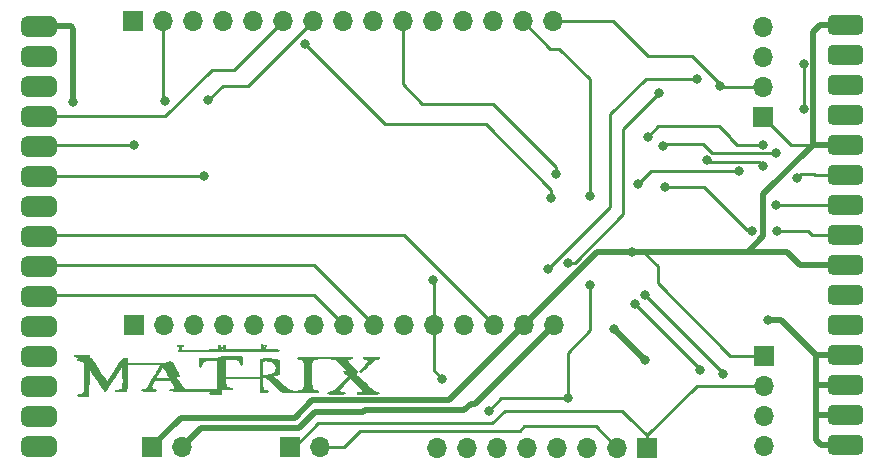
<source format=gbr>
%TF.GenerationSoftware,KiCad,Pcbnew,5.1.9-73d0e3b20d~88~ubuntu18.04.1*%
%TF.CreationDate,2021-01-24T01:48:54+01:00*%
%TF.ProjectId,rugzak-ledboard-pcb,7275677a-616b-42d6-9c65-64626f617264,rev?*%
%TF.SameCoordinates,Original*%
%TF.FileFunction,Copper,L1,Top*%
%TF.FilePolarity,Positive*%
%FSLAX46Y46*%
G04 Gerber Fmt 4.6, Leading zero omitted, Abs format (unit mm)*
G04 Created by KiCad (PCBNEW 5.1.9-73d0e3b20d~88~ubuntu18.04.1) date 2021-01-24 01:48:54*
%MOMM*%
%LPD*%
G01*
G04 APERTURE LIST*
%TA.AperFunction,EtchedComponent*%
%ADD10C,0.010000*%
%TD*%
%TA.AperFunction,ComponentPad*%
%ADD11O,1.700000X1.700000*%
%TD*%
%TA.AperFunction,ComponentPad*%
%ADD12R,1.700000X1.700000*%
%TD*%
%TA.AperFunction,ViaPad*%
%ADD13C,0.800000*%
%TD*%
%TA.AperFunction,Conductor*%
%ADD14C,0.250000*%
%TD*%
%TA.AperFunction,Conductor*%
%ADD15C,0.500000*%
%TD*%
G04 APERTURE END LIST*
D10*
%TO.C,G\u002A\u002A\u002A*%
G36*
X69855202Y-139155348D02*
G01*
X69974835Y-139162165D01*
X70043823Y-139177871D01*
X70066019Y-139197376D01*
X70069002Y-139244440D01*
X70033038Y-139255387D01*
X69976861Y-139234330D01*
X69898952Y-139211297D01*
X69842754Y-139230289D01*
X69819842Y-139287121D01*
X69819778Y-139291134D01*
X69827463Y-139331231D01*
X69861487Y-139339635D01*
X69904445Y-139332111D01*
X69963487Y-139324152D01*
X69985920Y-139344295D01*
X69989111Y-139387381D01*
X69981040Y-139440139D01*
X69945062Y-139455101D01*
X69911500Y-139453124D01*
X69854075Y-139455790D01*
X69834601Y-139487111D01*
X69833889Y-139501445D01*
X69848295Y-139543366D01*
X69900525Y-139563489D01*
X69927455Y-139566870D01*
X70006027Y-139562436D01*
X70065349Y-139539256D01*
X70066100Y-139538648D01*
X70104526Y-139516258D01*
X70123053Y-139536722D01*
X70143025Y-139550402D01*
X70196208Y-139560367D01*
X70288319Y-139567019D01*
X70425080Y-139570762D01*
X70612211Y-139571997D01*
X70624155Y-139572000D01*
X70820370Y-139572697D01*
X70967116Y-139575379D01*
X71071359Y-139580930D01*
X71140062Y-139590238D01*
X71180191Y-139604188D01*
X71198712Y-139623666D01*
X71202667Y-139645575D01*
X71196224Y-139650942D01*
X71175238Y-139655813D01*
X71137219Y-139660209D01*
X71079679Y-139664155D01*
X71000129Y-139667673D01*
X70896079Y-139670786D01*
X70765042Y-139673517D01*
X70604528Y-139675888D01*
X70412050Y-139677923D01*
X70185117Y-139679645D01*
X69921241Y-139681077D01*
X69617934Y-139682240D01*
X69272707Y-139683160D01*
X68883070Y-139683857D01*
X68446536Y-139684356D01*
X67960615Y-139684678D01*
X67422819Y-139684848D01*
X66931704Y-139684889D01*
X66445098Y-139684767D01*
X65973888Y-139684409D01*
X65521165Y-139683830D01*
X65090016Y-139683042D01*
X64683531Y-139682060D01*
X64304801Y-139680897D01*
X63956915Y-139679566D01*
X63642962Y-139678081D01*
X63366031Y-139676455D01*
X63129213Y-139674702D01*
X62935596Y-139672837D01*
X62788270Y-139670871D01*
X62690325Y-139668819D01*
X62644850Y-139666694D01*
X62641926Y-139666074D01*
X62624937Y-139624848D01*
X62663038Y-139592216D01*
X62680895Y-139585686D01*
X62713741Y-139568266D01*
X62729607Y-139533134D01*
X62732642Y-139465302D01*
X62730283Y-139407395D01*
X62718706Y-139307072D01*
X62691646Y-139256143D01*
X62640578Y-139247990D01*
X62559611Y-139274871D01*
X62520957Y-139279067D01*
X62510228Y-139238156D01*
X62510222Y-139236353D01*
X62513544Y-139209140D01*
X62530406Y-139191804D01*
X62571149Y-139182129D01*
X62646117Y-139177899D01*
X62765654Y-139176898D01*
X62787741Y-139176889D01*
X62926828Y-139178103D01*
X63017892Y-139183121D01*
X63069328Y-139194005D01*
X63089530Y-139212817D01*
X63086894Y-139241621D01*
X63084012Y-139249687D01*
X63059355Y-139274042D01*
X63013196Y-139258866D01*
X62945991Y-139236971D01*
X62903088Y-139259683D01*
X62881373Y-139330525D01*
X62877111Y-139412873D01*
X62882815Y-139513846D01*
X62901403Y-139568275D01*
X62919300Y-139582150D01*
X62954768Y-139584878D01*
X63041374Y-139586822D01*
X63173818Y-139587990D01*
X63346799Y-139588385D01*
X63555018Y-139588014D01*
X63793172Y-139586882D01*
X64055963Y-139584993D01*
X64338088Y-139582354D01*
X64502668Y-139580550D01*
X66043847Y-139562759D01*
X66041079Y-139513767D01*
X66179111Y-139513767D01*
X66195921Y-139556028D01*
X66254171Y-139577413D01*
X66270833Y-139579806D01*
X66334731Y-139588800D01*
X66366747Y-139595362D01*
X66367303Y-139595706D01*
X66393479Y-139591125D01*
X66416692Y-139583092D01*
X66454355Y-139543807D01*
X66461333Y-139512536D01*
X66452917Y-139480334D01*
X66418615Y-139464286D01*
X66344845Y-139459252D01*
X66320222Y-139459111D01*
X66235352Y-139462205D01*
X66193042Y-139475029D01*
X66179579Y-139502893D01*
X66179111Y-139513767D01*
X66041079Y-139513767D01*
X66032946Y-139369824D01*
X66022044Y-139176889D01*
X66115967Y-139176889D01*
X66177793Y-139180272D01*
X66199725Y-139201668D01*
X66194637Y-139257942D01*
X66191360Y-139275667D01*
X66172829Y-139374445D01*
X66317081Y-139374445D01*
X66412529Y-139367382D01*
X66458027Y-139341877D01*
X66458788Y-139291452D01*
X66432118Y-139231478D01*
X66418908Y-139196135D01*
X66438107Y-139180582D01*
X66501095Y-139176908D01*
X66510652Y-139176889D01*
X66618401Y-139176889D01*
X66607238Y-139374445D01*
X66603681Y-139482930D01*
X66609140Y-139545260D01*
X66624952Y-139571198D01*
X66634537Y-139573573D01*
X66669452Y-139573845D01*
X66755387Y-139574040D01*
X66886918Y-139574157D01*
X67058619Y-139574198D01*
X67265068Y-139574161D01*
X67500839Y-139574049D01*
X67760509Y-139573861D01*
X68038653Y-139573597D01*
X68140556Y-139573486D01*
X68423961Y-139573167D01*
X68690831Y-139572872D01*
X68935738Y-139572606D01*
X69153254Y-139572375D01*
X69337954Y-139572184D01*
X69484410Y-139572039D01*
X69587196Y-139571946D01*
X69640884Y-139571910D01*
X69647100Y-139571912D01*
X69667007Y-139560362D01*
X69676462Y-139518971D01*
X69676670Y-139437801D01*
X69672603Y-139361856D01*
X69659117Y-139151713D01*
X69855202Y-139155348D01*
G37*
X69855202Y-139155348D02*
X69974835Y-139162165D01*
X70043823Y-139177871D01*
X70066019Y-139197376D01*
X70069002Y-139244440D01*
X70033038Y-139255387D01*
X69976861Y-139234330D01*
X69898952Y-139211297D01*
X69842754Y-139230289D01*
X69819842Y-139287121D01*
X69819778Y-139291134D01*
X69827463Y-139331231D01*
X69861487Y-139339635D01*
X69904445Y-139332111D01*
X69963487Y-139324152D01*
X69985920Y-139344295D01*
X69989111Y-139387381D01*
X69981040Y-139440139D01*
X69945062Y-139455101D01*
X69911500Y-139453124D01*
X69854075Y-139455790D01*
X69834601Y-139487111D01*
X69833889Y-139501445D01*
X69848295Y-139543366D01*
X69900525Y-139563489D01*
X69927455Y-139566870D01*
X70006027Y-139562436D01*
X70065349Y-139539256D01*
X70066100Y-139538648D01*
X70104526Y-139516258D01*
X70123053Y-139536722D01*
X70143025Y-139550402D01*
X70196208Y-139560367D01*
X70288319Y-139567019D01*
X70425080Y-139570762D01*
X70612211Y-139571997D01*
X70624155Y-139572000D01*
X70820370Y-139572697D01*
X70967116Y-139575379D01*
X71071359Y-139580930D01*
X71140062Y-139590238D01*
X71180191Y-139604188D01*
X71198712Y-139623666D01*
X71202667Y-139645575D01*
X71196224Y-139650942D01*
X71175238Y-139655813D01*
X71137219Y-139660209D01*
X71079679Y-139664155D01*
X71000129Y-139667673D01*
X70896079Y-139670786D01*
X70765042Y-139673517D01*
X70604528Y-139675888D01*
X70412050Y-139677923D01*
X70185117Y-139679645D01*
X69921241Y-139681077D01*
X69617934Y-139682240D01*
X69272707Y-139683160D01*
X68883070Y-139683857D01*
X68446536Y-139684356D01*
X67960615Y-139684678D01*
X67422819Y-139684848D01*
X66931704Y-139684889D01*
X66445098Y-139684767D01*
X65973888Y-139684409D01*
X65521165Y-139683830D01*
X65090016Y-139683042D01*
X64683531Y-139682060D01*
X64304801Y-139680897D01*
X63956915Y-139679566D01*
X63642962Y-139678081D01*
X63366031Y-139676455D01*
X63129213Y-139674702D01*
X62935596Y-139672837D01*
X62788270Y-139670871D01*
X62690325Y-139668819D01*
X62644850Y-139666694D01*
X62641926Y-139666074D01*
X62624937Y-139624848D01*
X62663038Y-139592216D01*
X62680895Y-139585686D01*
X62713741Y-139568266D01*
X62729607Y-139533134D01*
X62732642Y-139465302D01*
X62730283Y-139407395D01*
X62718706Y-139307072D01*
X62691646Y-139256143D01*
X62640578Y-139247990D01*
X62559611Y-139274871D01*
X62520957Y-139279067D01*
X62510228Y-139238156D01*
X62510222Y-139236353D01*
X62513544Y-139209140D01*
X62530406Y-139191804D01*
X62571149Y-139182129D01*
X62646117Y-139177899D01*
X62765654Y-139176898D01*
X62787741Y-139176889D01*
X62926828Y-139178103D01*
X63017892Y-139183121D01*
X63069328Y-139194005D01*
X63089530Y-139212817D01*
X63086894Y-139241621D01*
X63084012Y-139249687D01*
X63059355Y-139274042D01*
X63013196Y-139258866D01*
X62945991Y-139236971D01*
X62903088Y-139259683D01*
X62881373Y-139330525D01*
X62877111Y-139412873D01*
X62882815Y-139513846D01*
X62901403Y-139568275D01*
X62919300Y-139582150D01*
X62954768Y-139584878D01*
X63041374Y-139586822D01*
X63173818Y-139587990D01*
X63346799Y-139588385D01*
X63555018Y-139588014D01*
X63793172Y-139586882D01*
X64055963Y-139584993D01*
X64338088Y-139582354D01*
X64502668Y-139580550D01*
X66043847Y-139562759D01*
X66041079Y-139513767D01*
X66179111Y-139513767D01*
X66195921Y-139556028D01*
X66254171Y-139577413D01*
X66270833Y-139579806D01*
X66334731Y-139588800D01*
X66366747Y-139595362D01*
X66367303Y-139595706D01*
X66393479Y-139591125D01*
X66416692Y-139583092D01*
X66454355Y-139543807D01*
X66461333Y-139512536D01*
X66452917Y-139480334D01*
X66418615Y-139464286D01*
X66344845Y-139459252D01*
X66320222Y-139459111D01*
X66235352Y-139462205D01*
X66193042Y-139475029D01*
X66179579Y-139502893D01*
X66179111Y-139513767D01*
X66041079Y-139513767D01*
X66032946Y-139369824D01*
X66022044Y-139176889D01*
X66115967Y-139176889D01*
X66177793Y-139180272D01*
X66199725Y-139201668D01*
X66194637Y-139257942D01*
X66191360Y-139275667D01*
X66172829Y-139374445D01*
X66317081Y-139374445D01*
X66412529Y-139367382D01*
X66458027Y-139341877D01*
X66458788Y-139291452D01*
X66432118Y-139231478D01*
X66418908Y-139196135D01*
X66438107Y-139180582D01*
X66501095Y-139176908D01*
X66510652Y-139176889D01*
X66618401Y-139176889D01*
X66607238Y-139374445D01*
X66603681Y-139482930D01*
X66609140Y-139545260D01*
X66624952Y-139571198D01*
X66634537Y-139573573D01*
X66669452Y-139573845D01*
X66755387Y-139574040D01*
X66886918Y-139574157D01*
X67058619Y-139574198D01*
X67265068Y-139574161D01*
X67500839Y-139574049D01*
X67760509Y-139573861D01*
X68038653Y-139573597D01*
X68140556Y-139573486D01*
X68423961Y-139573167D01*
X68690831Y-139572872D01*
X68935738Y-139572606D01*
X69153254Y-139572375D01*
X69337954Y-139572184D01*
X69484410Y-139572039D01*
X69587196Y-139571946D01*
X69640884Y-139571910D01*
X69647100Y-139571912D01*
X69667007Y-139560362D01*
X69676462Y-139518971D01*
X69676670Y-139437801D01*
X69672603Y-139361856D01*
X69659117Y-139151713D01*
X69855202Y-139155348D01*
G36*
X79195643Y-140193698D02*
G01*
X79360083Y-140195422D01*
X79481530Y-140198902D01*
X79566705Y-140204547D01*
X79622331Y-140212768D01*
X79655128Y-140223973D01*
X79669333Y-140235222D01*
X79686581Y-140287444D01*
X79656854Y-140331870D01*
X79589590Y-140358761D01*
X79545933Y-140362585D01*
X79453104Y-140374769D01*
X79353285Y-140413232D01*
X79240477Y-140481971D01*
X79108683Y-140584983D01*
X78951904Y-140726264D01*
X78844547Y-140829885D01*
X78661502Y-141009040D01*
X78513312Y-141151794D01*
X78395317Y-141262057D01*
X78302862Y-141343737D01*
X78231288Y-141400742D01*
X78175938Y-141436982D01*
X78132153Y-141456365D01*
X78095278Y-141462799D01*
X78090256Y-141462889D01*
X78024501Y-141453205D01*
X77988285Y-141431711D01*
X77999065Y-141399819D01*
X78044056Y-141337318D01*
X78116654Y-141252590D01*
X78193868Y-141170656D01*
X78362238Y-140995943D01*
X78492387Y-140854280D01*
X78587857Y-140740747D01*
X78652190Y-140650423D01*
X78688930Y-140578388D01*
X78701620Y-140519721D01*
X78695355Y-140474128D01*
X78654165Y-140428787D01*
X78568468Y-140390164D01*
X78450160Y-140362857D01*
X78388069Y-140355362D01*
X78317711Y-140334616D01*
X78272532Y-140295361D01*
X78262579Y-140250910D01*
X78286445Y-140220740D01*
X78326337Y-140212803D01*
X78414583Y-140205805D01*
X78543094Y-140200066D01*
X78703780Y-140195905D01*
X78888556Y-140193640D01*
X78981489Y-140193321D01*
X79195643Y-140193698D01*
G37*
X79195643Y-140193698D02*
X79360083Y-140195422D01*
X79481530Y-140198902D01*
X79566705Y-140204547D01*
X79622331Y-140212768D01*
X79655128Y-140223973D01*
X79669333Y-140235222D01*
X79686581Y-140287444D01*
X79656854Y-140331870D01*
X79589590Y-140358761D01*
X79545933Y-140362585D01*
X79453104Y-140374769D01*
X79353285Y-140413232D01*
X79240477Y-140481971D01*
X79108683Y-140584983D01*
X78951904Y-140726264D01*
X78844547Y-140829885D01*
X78661502Y-141009040D01*
X78513312Y-141151794D01*
X78395317Y-141262057D01*
X78302862Y-141343737D01*
X78231288Y-141400742D01*
X78175938Y-141436982D01*
X78132153Y-141456365D01*
X78095278Y-141462799D01*
X78090256Y-141462889D01*
X78024501Y-141453205D01*
X77988285Y-141431711D01*
X77999065Y-141399819D01*
X78044056Y-141337318D01*
X78116654Y-141252590D01*
X78193868Y-141170656D01*
X78362238Y-140995943D01*
X78492387Y-140854280D01*
X78587857Y-140740747D01*
X78652190Y-140650423D01*
X78688930Y-140578388D01*
X78701620Y-140519721D01*
X78695355Y-140474128D01*
X78654165Y-140428787D01*
X78568468Y-140390164D01*
X78450160Y-140362857D01*
X78388069Y-140355362D01*
X78317711Y-140334616D01*
X78272532Y-140295361D01*
X78262579Y-140250910D01*
X78286445Y-140220740D01*
X78326337Y-140212803D01*
X78414583Y-140205805D01*
X78543094Y-140200066D01*
X78703780Y-140195905D01*
X78888556Y-140193640D01*
X78981489Y-140193321D01*
X79195643Y-140193698D01*
G36*
X54832983Y-140030507D02*
G01*
X54966511Y-140035603D01*
X55048222Y-140043828D01*
X55073660Y-140051773D01*
X55095365Y-140096559D01*
X55106652Y-140172822D01*
X55107143Y-140200499D01*
X55108904Y-140275958D01*
X55126267Y-140312778D01*
X55172631Y-140328722D01*
X55207840Y-140334000D01*
X55231434Y-140337742D01*
X55253774Y-140344460D01*
X55277397Y-140357733D01*
X55304841Y-140381145D01*
X55338645Y-140418275D01*
X55381347Y-140472707D01*
X55435484Y-140548021D01*
X55503594Y-140647799D01*
X55588216Y-140775622D01*
X55691888Y-140935072D01*
X55817147Y-141129731D01*
X55966532Y-141363179D01*
X56142581Y-141639000D01*
X56232345Y-141779726D01*
X56330931Y-141932894D01*
X56420039Y-142068693D01*
X56495059Y-142180310D01*
X56551381Y-142260937D01*
X56584396Y-142303761D01*
X56590515Y-142308892D01*
X56614639Y-142286987D01*
X56658407Y-142228691D01*
X56712731Y-142146197D01*
X56717515Y-142138506D01*
X56786998Y-142027245D01*
X56869884Y-141895864D01*
X56948952Y-141771656D01*
X56953497Y-141764562D01*
X57006089Y-141682145D01*
X57082642Y-141561680D01*
X57177013Y-141412860D01*
X57283056Y-141245382D01*
X57394625Y-141068941D01*
X57457753Y-140969000D01*
X57562146Y-140804824D01*
X57657904Y-140656430D01*
X57740560Y-140530562D01*
X57805648Y-140433967D01*
X57848701Y-140373389D01*
X57863923Y-140355599D01*
X57906998Y-140344942D01*
X57988441Y-140337309D01*
X58085042Y-140334432D01*
X58274196Y-140334000D01*
X58291000Y-140686778D01*
X59977278Y-140694055D01*
X60333745Y-140695434D01*
X60637721Y-140696206D01*
X60893158Y-140696295D01*
X61104006Y-140695625D01*
X61274217Y-140694122D01*
X61407742Y-140691709D01*
X61508532Y-140688310D01*
X61580537Y-140683851D01*
X61627711Y-140678256D01*
X61654002Y-140671448D01*
X61663364Y-140663353D01*
X61663556Y-140661797D01*
X61686418Y-140618546D01*
X61708197Y-140605131D01*
X61765735Y-140594383D01*
X61853554Y-140589329D01*
X61951344Y-140589740D01*
X62038794Y-140595384D01*
X62095595Y-140606034D01*
X62102844Y-140609599D01*
X62126506Y-140641109D01*
X62170254Y-140712898D01*
X62228334Y-140815060D01*
X62294993Y-140937690D01*
X62311593Y-140969000D01*
X62392088Y-141121376D01*
X62476891Y-141281588D01*
X62555582Y-141429971D01*
X62614562Y-141540890D01*
X62666932Y-141645192D01*
X62704490Y-141731849D01*
X62722131Y-141788410D01*
X62721648Y-141801946D01*
X62685250Y-141818853D01*
X62613800Y-141828728D01*
X62579112Y-141829778D01*
X62503928Y-141833363D01*
X62459198Y-141842422D01*
X62453778Y-141847595D01*
X62467501Y-141880796D01*
X62504948Y-141952500D01*
X62560536Y-142052972D01*
X62628682Y-142172476D01*
X62703802Y-142301275D01*
X62780313Y-142429635D01*
X62852632Y-142547818D01*
X62883592Y-142597090D01*
X62961609Y-142712977D01*
X63027465Y-142791381D01*
X63093814Y-142845518D01*
X63153877Y-142879312D01*
X63185916Y-142894624D01*
X63217815Y-142907368D01*
X63254881Y-142917820D01*
X63302421Y-142926256D01*
X63365742Y-142932951D01*
X63450152Y-142938180D01*
X63560958Y-142942220D01*
X63703466Y-142945345D01*
X63882984Y-142947832D01*
X64104820Y-142949955D01*
X64374280Y-142951990D01*
X64581333Y-142953423D01*
X64846639Y-142954732D01*
X65094680Y-142954977D01*
X65319739Y-142954222D01*
X65516102Y-142952532D01*
X65678054Y-142949973D01*
X65799880Y-142946609D01*
X65875864Y-142942505D01*
X65900163Y-142938459D01*
X65906855Y-142904255D01*
X65912561Y-142820825D01*
X65917291Y-142695378D01*
X65921055Y-142535124D01*
X65923862Y-142347271D01*
X65925723Y-142139029D01*
X65926647Y-141917607D01*
X65926644Y-141690216D01*
X65925722Y-141464063D01*
X65923893Y-141246359D01*
X65921165Y-141044312D01*
X65917549Y-140865132D01*
X65913053Y-140716029D01*
X65907689Y-140604212D01*
X65901464Y-140536889D01*
X65896917Y-140520360D01*
X65853846Y-140507035D01*
X65756551Y-140497603D01*
X65607127Y-140492190D01*
X65408580Y-140490919D01*
X65186280Y-140494773D01*
X65013010Y-140506835D01*
X64881550Y-140530630D01*
X64784680Y-140569683D01*
X64715180Y-140627518D01*
X64665829Y-140707660D01*
X64629409Y-140813634D01*
X64613406Y-140879128D01*
X64589980Y-140966647D01*
X64563900Y-141012587D01*
X64525418Y-141031365D01*
X64508664Y-141034019D01*
X64467127Y-141032937D01*
X64437823Y-141012948D01*
X64418679Y-140966221D01*
X64407623Y-140884925D01*
X64402584Y-140761227D01*
X64401497Y-140628922D01*
X64404942Y-140474569D01*
X64415495Y-140368332D01*
X64432756Y-140313999D01*
X64434978Y-140311422D01*
X64463981Y-140300331D01*
X64529007Y-140291651D01*
X64634146Y-140285209D01*
X64783487Y-140280828D01*
X64981120Y-140278336D01*
X65227842Y-140277556D01*
X65454400Y-140277408D01*
X65630916Y-140276653D01*
X65763791Y-140274824D01*
X65859428Y-140271453D01*
X65924229Y-140266075D01*
X65964595Y-140258221D01*
X65986928Y-140247425D01*
X65997630Y-140233220D01*
X66001600Y-140221111D01*
X66007154Y-140206121D01*
X66018887Y-140194050D01*
X66042396Y-140184582D01*
X66083276Y-140177402D01*
X66147124Y-140172193D01*
X66239537Y-140168640D01*
X66366110Y-140166427D01*
X66532439Y-140165237D01*
X66744121Y-140164756D01*
X67001546Y-140164667D01*
X67986730Y-140164667D01*
X68010781Y-140228167D01*
X68023782Y-140284305D01*
X68037878Y-140379755D01*
X68050709Y-140497490D01*
X68054970Y-140547146D01*
X68062409Y-140691313D01*
X68056065Y-140786909D01*
X68033316Y-140840694D01*
X67991540Y-140859427D01*
X67936637Y-140852204D01*
X67892405Y-140822939D01*
X67859224Y-140754752D01*
X67843706Y-140698735D01*
X67787270Y-140566765D01*
X67693338Y-140456079D01*
X67575998Y-140381960D01*
X67540316Y-140369686D01*
X67466062Y-140357439D01*
X67356454Y-140349782D01*
X67224401Y-140346452D01*
X67082811Y-140347186D01*
X66944592Y-140351724D01*
X66822653Y-140359802D01*
X66729901Y-140371158D01*
X66679245Y-140385530D01*
X66676865Y-140387227D01*
X66662527Y-140403991D01*
X66651561Y-140431902D01*
X66643631Y-140477581D01*
X66638398Y-140547648D01*
X66635525Y-140648723D01*
X66634673Y-140787425D01*
X66635505Y-140970374D01*
X66637261Y-141163338D01*
X66644778Y-141900333D01*
X69536662Y-141914957D01*
X69543172Y-141235117D01*
X69764226Y-141235117D01*
X69765570Y-141386054D01*
X69768580Y-141518606D01*
X69773297Y-141622213D01*
X69779759Y-141686313D01*
X69784500Y-141701425D01*
X69823997Y-141711790D01*
X69906157Y-141714680D01*
X70017838Y-141711101D01*
X70145898Y-141702057D01*
X70277196Y-141688553D01*
X70398591Y-141671595D01*
X70496942Y-141652187D01*
X70523847Y-141644893D01*
X70686539Y-141569840D01*
X70808122Y-141458369D01*
X70884949Y-141316236D01*
X70913368Y-141149198D01*
X70906049Y-141041934D01*
X70854718Y-140863535D01*
X70759006Y-140719875D01*
X70618104Y-140609917D01*
X70539445Y-140571029D01*
X70458693Y-140547001D01*
X70347877Y-140527703D01*
X70220159Y-140513767D01*
X70088703Y-140505829D01*
X69966670Y-140504522D01*
X69867224Y-140510481D01*
X69803528Y-140524341D01*
X69788916Y-140534859D01*
X69781102Y-140574315D01*
X69774714Y-140658754D01*
X69769793Y-140777615D01*
X69766378Y-140920336D01*
X69764509Y-141076358D01*
X69764226Y-141235117D01*
X69543172Y-141235117D01*
X69544164Y-141131534D01*
X69551667Y-140348111D01*
X70075730Y-140339000D01*
X70383767Y-140339049D01*
X70642278Y-140351218D01*
X70856989Y-140376080D01*
X71033625Y-140414211D01*
X71125340Y-140444315D01*
X71202667Y-140473714D01*
X71202667Y-141635396D01*
X71082722Y-141688395D01*
X70979230Y-141724636D01*
X70859464Y-141753659D01*
X70814611Y-141761000D01*
X70731981Y-141775486D01*
X70678196Y-141791733D01*
X70666445Y-141801370D01*
X70687113Y-141828184D01*
X70744843Y-141885464D01*
X70833224Y-141967679D01*
X70945843Y-142069296D01*
X71076289Y-142184783D01*
X71218148Y-142308606D01*
X71365010Y-142435234D01*
X71510463Y-142559134D01*
X71648094Y-142674772D01*
X71771491Y-142776618D01*
X71874243Y-142859137D01*
X71949937Y-142916798D01*
X71989025Y-142942558D01*
X72068768Y-142973839D01*
X72140304Y-142986889D01*
X72140430Y-142986889D01*
X72213622Y-143003082D01*
X72271287Y-143032543D01*
X72335536Y-143057577D01*
X72431703Y-143073713D01*
X72540074Y-143080158D01*
X72640935Y-143076123D01*
X72714571Y-143060816D01*
X72732393Y-143051036D01*
X72778516Y-143032350D01*
X72861436Y-143013702D01*
X72945734Y-143001333D01*
X73076035Y-142980140D01*
X73162595Y-142944554D01*
X73216240Y-142883498D01*
X73247797Y-142785900D01*
X73264248Y-142675492D01*
X73272445Y-142571337D01*
X73278927Y-142422202D01*
X73283704Y-142238232D01*
X73286788Y-142029569D01*
X73288192Y-141806358D01*
X73287926Y-141578743D01*
X73286003Y-141356866D01*
X73282434Y-141150873D01*
X73277231Y-140970906D01*
X73270405Y-140827109D01*
X73262002Y-140729880D01*
X73236398Y-140588569D01*
X73203104Y-140495332D01*
X73183715Y-140468060D01*
X73129499Y-140436449D01*
X73038028Y-140404686D01*
X72936786Y-140380964D01*
X72831787Y-140359054D01*
X72771673Y-140338277D01*
X72745241Y-140313435D01*
X72740778Y-140290005D01*
X72740303Y-140280134D01*
X72741023Y-140271379D01*
X72746157Y-140263648D01*
X72758922Y-140256845D01*
X72782536Y-140250876D01*
X72820218Y-140245649D01*
X72875185Y-140241070D01*
X72950655Y-140237043D01*
X73049846Y-140233475D01*
X73175977Y-140230273D01*
X73332265Y-140227343D01*
X73521928Y-140224590D01*
X73748185Y-140221920D01*
X74014253Y-140219240D01*
X74323350Y-140216456D01*
X74678694Y-140213474D01*
X75083503Y-140210200D01*
X75540996Y-140206540D01*
X75623317Y-140205880D01*
X75978948Y-140203102D01*
X76282326Y-140200973D01*
X76537639Y-140199578D01*
X76749077Y-140199002D01*
X76920828Y-140199328D01*
X77057081Y-140200642D01*
X77162024Y-140203028D01*
X77239846Y-140206571D01*
X77294735Y-140211355D01*
X77330881Y-140217465D01*
X77352472Y-140224986D01*
X77363697Y-140234001D01*
X77367575Y-140241107D01*
X77364607Y-140296532D01*
X77312770Y-140337171D01*
X77218547Y-140359282D01*
X77157556Y-140362222D01*
X77066206Y-140370536D01*
X76991661Y-140391418D01*
X76973567Y-140401464D01*
X76938612Y-140436166D01*
X76939072Y-140478156D01*
X76955952Y-140519830D01*
X76986926Y-140563446D01*
X77052026Y-140638423D01*
X77144338Y-140737374D01*
X77256945Y-140852909D01*
X77382933Y-140977639D01*
X77399335Y-140993565D01*
X77523379Y-141115281D01*
X77632198Y-141225018D01*
X77719660Y-141316343D01*
X77779628Y-141382826D01*
X77805969Y-141418035D01*
X77806667Y-141420612D01*
X77787702Y-141460499D01*
X77741503Y-141514174D01*
X77736111Y-141519333D01*
X77688128Y-141572913D01*
X77665766Y-141614637D01*
X77665556Y-141617283D01*
X77685291Y-141643393D01*
X77740783Y-141702611D01*
X77826457Y-141789603D01*
X77936740Y-141899034D01*
X78066060Y-142025569D01*
X78208842Y-142163873D01*
X78359514Y-142308612D01*
X78512502Y-142454451D01*
X78662233Y-142596054D01*
X78803134Y-142728088D01*
X78929631Y-142845218D01*
X79036151Y-142942109D01*
X79117121Y-143013425D01*
X79164314Y-143051905D01*
X79268391Y-143109490D01*
X79400050Y-143155589D01*
X79449352Y-143167268D01*
X79549077Y-143190845D01*
X79603972Y-143214033D01*
X79625322Y-143242560D01*
X79627000Y-143257475D01*
X79624878Y-143272247D01*
X79614725Y-143284119D01*
X79590861Y-143293469D01*
X79547606Y-143300675D01*
X79479281Y-143306113D01*
X79380205Y-143310161D01*
X79244699Y-143313197D01*
X79067082Y-143315598D01*
X78841675Y-143317740D01*
X78702722Y-143318886D01*
X77778444Y-143326327D01*
X77778445Y-143259178D01*
X77782434Y-143223892D01*
X77802503Y-143202337D01*
X77850798Y-143189557D01*
X77939468Y-143180596D01*
X77978021Y-143177749D01*
X78081155Y-143166825D01*
X78162662Y-143151678D01*
X78205509Y-143135512D01*
X78206200Y-143134866D01*
X78218904Y-143107570D01*
X78210350Y-143067538D01*
X78177314Y-143010786D01*
X78116575Y-142933325D01*
X78024907Y-142831169D01*
X77899088Y-142700332D01*
X77735895Y-142536828D01*
X77670342Y-142472120D01*
X77190353Y-141999685D01*
X76825375Y-142359232D01*
X76634092Y-142551794D01*
X76485675Y-142711834D01*
X76379198Y-142842447D01*
X76313734Y-142946722D01*
X76288359Y-143027754D01*
X76302146Y-143088634D01*
X76354170Y-143132455D01*
X76443505Y-143162309D01*
X76569226Y-143181288D01*
X76579000Y-143182254D01*
X76674306Y-143194015D01*
X76725772Y-143209523D01*
X76745979Y-143234183D01*
X76748333Y-143255000D01*
X76746532Y-143271947D01*
X76736911Y-143285112D01*
X76713147Y-143294971D01*
X76668916Y-143302003D01*
X76597895Y-143306683D01*
X76493758Y-143309490D01*
X76350183Y-143310900D01*
X76160845Y-143311392D01*
X76000445Y-143311445D01*
X75775782Y-143311284D01*
X75601250Y-143310496D01*
X75470531Y-143308622D01*
X75377312Y-143305203D01*
X75315277Y-143299779D01*
X75278112Y-143291891D01*
X75259502Y-143281081D01*
X75253131Y-143266889D01*
X75252556Y-143257073D01*
X75262809Y-143225757D01*
X75300540Y-143199706D01*
X75376200Y-143173571D01*
X75457237Y-143152388D01*
X75579025Y-143116597D01*
X75697293Y-143072222D01*
X75781792Y-143031353D01*
X75833567Y-142993081D01*
X75918808Y-142921002D01*
X76030932Y-142821084D01*
X76163358Y-142699299D01*
X76309503Y-142561614D01*
X76462786Y-142413998D01*
X76466111Y-142410760D01*
X77030556Y-141860888D01*
X76824656Y-141657377D01*
X76717492Y-141545975D01*
X76654688Y-141465900D01*
X76635704Y-141414277D01*
X76659998Y-141388233D01*
X76727028Y-141384892D01*
X76774378Y-141390532D01*
X76852537Y-141396750D01*
X76904553Y-141390675D01*
X76913758Y-141384546D01*
X76916442Y-141374781D01*
X76910975Y-141359922D01*
X76893128Y-141335664D01*
X76858670Y-141297699D01*
X76803371Y-141241719D01*
X76723003Y-141163418D01*
X76613333Y-141058489D01*
X76470134Y-140922624D01*
X76329633Y-140789749D01*
X76182072Y-140652317D01*
X76065092Y-140549280D01*
X75969957Y-140474534D01*
X75887929Y-140421975D01*
X75810274Y-140385499D01*
X75728253Y-140359002D01*
X75704111Y-140352739D01*
X75634341Y-140341748D01*
X75525418Y-140332242D01*
X75387580Y-140324385D01*
X75231063Y-140318343D01*
X75066102Y-140314280D01*
X74902935Y-140312361D01*
X74751797Y-140312751D01*
X74622926Y-140315614D01*
X74526557Y-140321116D01*
X74472926Y-140329420D01*
X74466341Y-140332815D01*
X74420013Y-140353243D01*
X74345957Y-140364054D01*
X74336745Y-140364369D01*
X74189025Y-140386588D01*
X74063864Y-140442158D01*
X73984113Y-140514432D01*
X73969120Y-140536400D01*
X73956960Y-140561930D01*
X73947336Y-140596775D01*
X73939952Y-140646687D01*
X73934512Y-140717418D01*
X73930721Y-140814721D01*
X73928281Y-140944348D01*
X73926897Y-141112052D01*
X73926274Y-141323584D01*
X73926114Y-141584697D01*
X73926111Y-141641327D01*
X73926707Y-141883812D01*
X73928403Y-142112243D01*
X73931061Y-142319560D01*
X73934545Y-142498702D01*
X73938716Y-142642611D01*
X73943438Y-142744227D01*
X73948573Y-142796490D01*
X73948597Y-142796603D01*
X73982052Y-142885003D01*
X74044384Y-142946271D01*
X74144627Y-142986153D01*
X74283131Y-143009458D01*
X74380075Y-143021413D01*
X74433688Y-143035156D01*
X74456798Y-143058163D01*
X74462232Y-143097907D01*
X74462333Y-143113889D01*
X74462333Y-143198556D01*
X73008889Y-143206192D01*
X72671936Y-143207422D01*
X72371156Y-143207418D01*
X72109621Y-143206221D01*
X71890399Y-143203871D01*
X71716560Y-143200408D01*
X71591176Y-143195872D01*
X71517314Y-143190303D01*
X71499000Y-143186480D01*
X71430830Y-143159865D01*
X71395515Y-143150622D01*
X71357568Y-143127715D01*
X71282107Y-143067109D01*
X71171550Y-142971000D01*
X71028313Y-142841582D01*
X70854814Y-142681051D01*
X70653469Y-142491600D01*
X70426697Y-142275425D01*
X70340449Y-142192588D01*
X70210515Y-142070834D01*
X70109899Y-141984956D01*
X70030349Y-141928707D01*
X69963614Y-141895839D01*
X69937631Y-141887559D01*
X69858623Y-141871473D01*
X69801903Y-141869230D01*
X69790904Y-141872514D01*
X69780101Y-141906370D01*
X69772372Y-141984921D01*
X69767750Y-142096498D01*
X69766270Y-142229434D01*
X69767966Y-142372061D01*
X69772872Y-142512711D01*
X69781021Y-142639715D01*
X69788456Y-142712512D01*
X69816364Y-142845259D01*
X69866748Y-142932479D01*
X69949010Y-142983557D01*
X70072554Y-143007876D01*
X70085616Y-143009040D01*
X70198176Y-143026447D01*
X70265885Y-143054700D01*
X70284664Y-143091096D01*
X70260623Y-143125178D01*
X70209348Y-143141462D01*
X70103575Y-143150114D01*
X69942675Y-143151177D01*
X69886331Y-143150089D01*
X69551667Y-143142111D01*
X69544015Y-142584722D01*
X69536362Y-142027333D01*
X66623120Y-142027333D01*
X66637682Y-142302500D01*
X66646054Y-142426570D01*
X66656546Y-142533149D01*
X66667497Y-142607003D01*
X66673158Y-142628258D01*
X66722871Y-142685174D01*
X66815819Y-142737343D01*
X66938806Y-142778855D01*
X67060611Y-142801781D01*
X67177136Y-142823170D01*
X67238048Y-142852263D01*
X67243674Y-142889264D01*
X67230120Y-142906725D01*
X67192604Y-142916715D01*
X67107438Y-142924827D01*
X66983398Y-142930570D01*
X66829259Y-142933450D01*
X66749626Y-142933677D01*
X66570114Y-142934407D01*
X66439534Y-142937774D01*
X66350412Y-142944375D01*
X66295272Y-142954805D01*
X66266638Y-142969663D01*
X66264072Y-142972423D01*
X66246240Y-143023175D01*
X66238311Y-143108518D01*
X66239153Y-143161734D01*
X66247099Y-143311445D01*
X65768605Y-143311445D01*
X65594067Y-143311147D01*
X65468079Y-143309635D01*
X65382748Y-143305976D01*
X65330182Y-143299239D01*
X65302486Y-143288495D01*
X65291768Y-143272810D01*
X65290111Y-143255000D01*
X65297277Y-143224028D01*
X65326695Y-143203638D01*
X65390244Y-143189034D01*
X65482646Y-143177293D01*
X65590499Y-143161311D01*
X65683008Y-143140460D01*
X65736646Y-143120849D01*
X65739627Y-143113786D01*
X65720225Y-143107516D01*
X65675164Y-143101954D01*
X65601167Y-143097015D01*
X65494958Y-143092614D01*
X65353261Y-143088665D01*
X65172800Y-143085085D01*
X64950299Y-143081787D01*
X64682481Y-143078687D01*
X64366070Y-143075700D01*
X63997790Y-143072740D01*
X63836667Y-143071556D01*
X63451139Y-143068654D01*
X63118348Y-143065824D01*
X62834588Y-143062962D01*
X62596152Y-143059964D01*
X62399334Y-143056726D01*
X62240426Y-143053146D01*
X62115722Y-143049119D01*
X62021516Y-143044541D01*
X61954101Y-143039309D01*
X61909769Y-143033319D01*
X61884815Y-143026468D01*
X61875531Y-143018651D01*
X61875222Y-143016682D01*
X61897444Y-142988890D01*
X61967287Y-142964242D01*
X62067818Y-142944401D01*
X62190739Y-142918266D01*
X62264717Y-142884866D01*
X62297239Y-142838128D01*
X62295795Y-142771975D01*
X62293435Y-142761346D01*
X62274138Y-142710026D01*
X62235137Y-142624414D01*
X62183753Y-142518922D01*
X62127309Y-142407963D01*
X62073126Y-142305951D01*
X62028527Y-142227300D01*
X62002024Y-142187702D01*
X61969152Y-142181339D01*
X61887888Y-142175866D01*
X61766279Y-142171520D01*
X61612375Y-142168538D01*
X61434223Y-142167157D01*
X61307457Y-142167237D01*
X61095405Y-142168210D01*
X60932643Y-142169710D01*
X60812015Y-142172383D01*
X60726368Y-142176879D01*
X60668546Y-142183846D01*
X60631395Y-142193931D01*
X60607760Y-142207782D01*
X60590487Y-142226048D01*
X60585352Y-142232646D01*
X60538069Y-142305422D01*
X60485099Y-142403376D01*
X60434088Y-142510044D01*
X60392688Y-142608961D01*
X60368546Y-142683664D01*
X60365333Y-142706244D01*
X60390655Y-142781399D01*
X60456808Y-142854056D01*
X60549073Y-142911709D01*
X60640678Y-142940182D01*
X60719075Y-142958558D01*
X60754323Y-142985904D01*
X60760445Y-143015995D01*
X60758531Y-143034523D01*
X60748136Y-143048381D01*
X60722281Y-143058126D01*
X60673987Y-143064316D01*
X60596275Y-143067509D01*
X60482165Y-143068262D01*
X60324679Y-143067133D01*
X60146611Y-143065050D01*
X59941607Y-143061996D01*
X59786557Y-143058241D01*
X59674970Y-143053268D01*
X59600355Y-143046561D01*
X59556223Y-143037603D01*
X59536082Y-143025877D01*
X59532778Y-143016167D01*
X59558011Y-142981680D01*
X59622283Y-142953092D01*
X59631556Y-142950658D01*
X59766788Y-142916296D01*
X59864299Y-142884348D01*
X59936545Y-142845061D01*
X59995978Y-142788684D01*
X60055054Y-142705463D01*
X60126227Y-142585647D01*
X60149544Y-142545040D01*
X60268472Y-142337967D01*
X60385438Y-142134862D01*
X60495640Y-141944022D01*
X60500512Y-141935611D01*
X60751026Y-141935611D01*
X60754514Y-141947982D01*
X60786379Y-141957267D01*
X60852301Y-141963833D01*
X60957958Y-141968047D01*
X61109031Y-141970276D01*
X61297353Y-141970889D01*
X61515896Y-141969586D01*
X61679365Y-141965630D01*
X61789072Y-141958951D01*
X61846328Y-141949479D01*
X61855876Y-141941072D01*
X61833594Y-141890789D01*
X61790321Y-141806304D01*
X61731277Y-141696736D01*
X61661682Y-141571204D01*
X61586756Y-141438829D01*
X61511719Y-141308730D01*
X61441789Y-141190027D01*
X61382188Y-141091840D01*
X61338135Y-141023288D01*
X61314849Y-140993492D01*
X61313218Y-140992960D01*
X61291648Y-141018706D01*
X61247346Y-141085809D01*
X61185184Y-141186392D01*
X61110035Y-141312579D01*
X61030298Y-141450316D01*
X60947072Y-141595788D01*
X60872609Y-141725601D01*
X60811789Y-141831275D01*
X60769493Y-141904327D01*
X60751026Y-141935611D01*
X60500512Y-141935611D01*
X60594275Y-141773746D01*
X60676542Y-141632331D01*
X60737640Y-141528073D01*
X60756093Y-141496925D01*
X60803059Y-141415247D01*
X60835552Y-141353304D01*
X60845732Y-141327591D01*
X60860041Y-141296417D01*
X60897930Y-141229228D01*
X60952710Y-141137652D01*
X60986843Y-141082338D01*
X61047913Y-140982201D01*
X61095570Y-140899892D01*
X61123143Y-140847149D01*
X61127333Y-140835132D01*
X61100001Y-140831001D01*
X61021555Y-140827410D01*
X60897327Y-140824412D01*
X60732647Y-140822064D01*
X60532843Y-140820418D01*
X60303247Y-140819532D01*
X60049187Y-140819458D01*
X59775995Y-140820252D01*
X59709167Y-140820572D01*
X58291000Y-140827889D01*
X58283452Y-141954918D01*
X58281439Y-142201634D01*
X58278875Y-142430437D01*
X58275882Y-142635244D01*
X58272580Y-142809966D01*
X58269088Y-142948520D01*
X58265528Y-143044819D01*
X58262019Y-143092778D01*
X58260888Y-143096964D01*
X58228983Y-143102078D01*
X58150436Y-143106564D01*
X58035051Y-143110091D01*
X57892630Y-143112327D01*
X57788658Y-143112935D01*
X57618585Y-143112961D01*
X57496885Y-143111571D01*
X57415488Y-143107794D01*
X57366325Y-143100659D01*
X57341327Y-143089194D01*
X57332424Y-143072431D01*
X57331445Y-143057931D01*
X57338248Y-143028952D01*
X57365972Y-143008421D01*
X57425585Y-142992170D01*
X57528058Y-142976027D01*
X57557222Y-142972106D01*
X57706849Y-142948221D01*
X57809347Y-142919990D01*
X57874030Y-142882583D01*
X57910210Y-142831173D01*
X57923993Y-142781935D01*
X57927748Y-142731953D01*
X57930699Y-142633068D01*
X57932783Y-142492815D01*
X57933940Y-142318731D01*
X57934106Y-142118351D01*
X57933221Y-141899212D01*
X57932263Y-141773333D01*
X57924111Y-140856111D01*
X57822835Y-141011333D01*
X57760087Y-141107962D01*
X57680500Y-141231208D01*
X57589198Y-141373069D01*
X57491303Y-141525539D01*
X57391938Y-141680614D01*
X57296225Y-141830288D01*
X57209287Y-141966559D01*
X57136246Y-142081420D01*
X57082226Y-142166867D01*
X57052349Y-142214895D01*
X57049222Y-142220171D01*
X57025245Y-142259035D01*
X56976020Y-142336623D01*
X56907055Y-142444332D01*
X56823858Y-142573557D01*
X56742048Y-142700086D01*
X56627031Y-142873972D01*
X56537841Y-143000435D01*
X56472974Y-143081437D01*
X56430920Y-143118940D01*
X56418041Y-143122004D01*
X56393664Y-143097268D01*
X56343048Y-143030907D01*
X56270190Y-142928954D01*
X56179090Y-142797445D01*
X56073747Y-142642415D01*
X55958161Y-142469898D01*
X55836329Y-142285931D01*
X55712251Y-142096547D01*
X55589927Y-141907781D01*
X55473355Y-141725670D01*
X55366534Y-141556246D01*
X55273463Y-141405546D01*
X55205460Y-141292103D01*
X55161336Y-141229261D01*
X55124297Y-141197360D01*
X55112439Y-141196979D01*
X55103626Y-141230232D01*
X55096702Y-141314239D01*
X55091871Y-141443336D01*
X55089340Y-141611856D01*
X55089314Y-141814135D01*
X55089425Y-141831316D01*
X55090432Y-142035850D01*
X55089936Y-142191396D01*
X55087439Y-142305401D01*
X55082440Y-142385311D01*
X55074440Y-142438574D01*
X55062939Y-142472636D01*
X55047439Y-142494945D01*
X55044725Y-142497751D01*
X55023830Y-142524955D01*
X55011146Y-142563280D01*
X55005816Y-142623653D01*
X55006980Y-142717001D01*
X55013782Y-142854254D01*
X55015034Y-142875873D01*
X55021223Y-143023468D01*
X55022958Y-143166155D01*
X55020237Y-143285423D01*
X55015064Y-143349969D01*
X54995839Y-143494889D01*
X54545957Y-143494889D01*
X54377687Y-143494681D01*
X54257864Y-143493306D01*
X54178492Y-143489636D01*
X54131573Y-143482542D01*
X54109111Y-143470897D01*
X54103107Y-143453574D01*
X54105093Y-143432708D01*
X54118990Y-143396110D01*
X54156423Y-143370862D01*
X54230364Y-143350314D01*
X54287196Y-143339342D01*
X54434491Y-143303714D01*
X54535599Y-143254844D01*
X54600413Y-143185868D01*
X54637069Y-143096635D01*
X54643625Y-143043793D01*
X54649006Y-142943313D01*
X54653244Y-142802537D01*
X54656373Y-142628807D01*
X54658427Y-142429465D01*
X54659438Y-142211854D01*
X54659440Y-141983315D01*
X54658466Y-141751191D01*
X54656551Y-141522823D01*
X54653728Y-141305554D01*
X54650029Y-141106726D01*
X54645488Y-140933681D01*
X54640140Y-140793761D01*
X54634017Y-140694309D01*
X54627152Y-140642665D01*
X54625873Y-140639082D01*
X54559572Y-140564299D01*
X54442944Y-140510936D01*
X54278301Y-140480040D01*
X54273378Y-140479543D01*
X54172002Y-140467442D01*
X54114026Y-140452726D01*
X54086474Y-140429979D01*
X54076871Y-140397500D01*
X54075239Y-140367021D01*
X54088015Y-140348284D01*
X54125814Y-140338437D01*
X54199248Y-140334626D01*
X54313160Y-140334000D01*
X54430307Y-140332907D01*
X54499818Y-140328456D01*
X54530479Y-140318886D01*
X54531076Y-140302438D01*
X54523501Y-140291869D01*
X54464787Y-140250851D01*
X54361361Y-140217992D01*
X54209224Y-140192339D01*
X54034551Y-140175171D01*
X53916052Y-140165080D01*
X53843449Y-140154806D01*
X53806289Y-140140930D01*
X53794116Y-140120035D01*
X53795208Y-140096895D01*
X53799834Y-140077525D01*
X53812153Y-140062801D01*
X53839222Y-140051968D01*
X53888104Y-140044272D01*
X53965857Y-140038960D01*
X54079541Y-140035276D01*
X54236217Y-140032468D01*
X54420989Y-140030051D01*
X54650267Y-140028627D01*
X54832983Y-140030507D01*
G37*
X54832983Y-140030507D02*
X54966511Y-140035603D01*
X55048222Y-140043828D01*
X55073660Y-140051773D01*
X55095365Y-140096559D01*
X55106652Y-140172822D01*
X55107143Y-140200499D01*
X55108904Y-140275958D01*
X55126267Y-140312778D01*
X55172631Y-140328722D01*
X55207840Y-140334000D01*
X55231434Y-140337742D01*
X55253774Y-140344460D01*
X55277397Y-140357733D01*
X55304841Y-140381145D01*
X55338645Y-140418275D01*
X55381347Y-140472707D01*
X55435484Y-140548021D01*
X55503594Y-140647799D01*
X55588216Y-140775622D01*
X55691888Y-140935072D01*
X55817147Y-141129731D01*
X55966532Y-141363179D01*
X56142581Y-141639000D01*
X56232345Y-141779726D01*
X56330931Y-141932894D01*
X56420039Y-142068693D01*
X56495059Y-142180310D01*
X56551381Y-142260937D01*
X56584396Y-142303761D01*
X56590515Y-142308892D01*
X56614639Y-142286987D01*
X56658407Y-142228691D01*
X56712731Y-142146197D01*
X56717515Y-142138506D01*
X56786998Y-142027245D01*
X56869884Y-141895864D01*
X56948952Y-141771656D01*
X56953497Y-141764562D01*
X57006089Y-141682145D01*
X57082642Y-141561680D01*
X57177013Y-141412860D01*
X57283056Y-141245382D01*
X57394625Y-141068941D01*
X57457753Y-140969000D01*
X57562146Y-140804824D01*
X57657904Y-140656430D01*
X57740560Y-140530562D01*
X57805648Y-140433967D01*
X57848701Y-140373389D01*
X57863923Y-140355599D01*
X57906998Y-140344942D01*
X57988441Y-140337309D01*
X58085042Y-140334432D01*
X58274196Y-140334000D01*
X58291000Y-140686778D01*
X59977278Y-140694055D01*
X60333745Y-140695434D01*
X60637721Y-140696206D01*
X60893158Y-140696295D01*
X61104006Y-140695625D01*
X61274217Y-140694122D01*
X61407742Y-140691709D01*
X61508532Y-140688310D01*
X61580537Y-140683851D01*
X61627711Y-140678256D01*
X61654002Y-140671448D01*
X61663364Y-140663353D01*
X61663556Y-140661797D01*
X61686418Y-140618546D01*
X61708197Y-140605131D01*
X61765735Y-140594383D01*
X61853554Y-140589329D01*
X61951344Y-140589740D01*
X62038794Y-140595384D01*
X62095595Y-140606034D01*
X62102844Y-140609599D01*
X62126506Y-140641109D01*
X62170254Y-140712898D01*
X62228334Y-140815060D01*
X62294993Y-140937690D01*
X62311593Y-140969000D01*
X62392088Y-141121376D01*
X62476891Y-141281588D01*
X62555582Y-141429971D01*
X62614562Y-141540890D01*
X62666932Y-141645192D01*
X62704490Y-141731849D01*
X62722131Y-141788410D01*
X62721648Y-141801946D01*
X62685250Y-141818853D01*
X62613800Y-141828728D01*
X62579112Y-141829778D01*
X62503928Y-141833363D01*
X62459198Y-141842422D01*
X62453778Y-141847595D01*
X62467501Y-141880796D01*
X62504948Y-141952500D01*
X62560536Y-142052972D01*
X62628682Y-142172476D01*
X62703802Y-142301275D01*
X62780313Y-142429635D01*
X62852632Y-142547818D01*
X62883592Y-142597090D01*
X62961609Y-142712977D01*
X63027465Y-142791381D01*
X63093814Y-142845518D01*
X63153877Y-142879312D01*
X63185916Y-142894624D01*
X63217815Y-142907368D01*
X63254881Y-142917820D01*
X63302421Y-142926256D01*
X63365742Y-142932951D01*
X63450152Y-142938180D01*
X63560958Y-142942220D01*
X63703466Y-142945345D01*
X63882984Y-142947832D01*
X64104820Y-142949955D01*
X64374280Y-142951990D01*
X64581333Y-142953423D01*
X64846639Y-142954732D01*
X65094680Y-142954977D01*
X65319739Y-142954222D01*
X65516102Y-142952532D01*
X65678054Y-142949973D01*
X65799880Y-142946609D01*
X65875864Y-142942505D01*
X65900163Y-142938459D01*
X65906855Y-142904255D01*
X65912561Y-142820825D01*
X65917291Y-142695378D01*
X65921055Y-142535124D01*
X65923862Y-142347271D01*
X65925723Y-142139029D01*
X65926647Y-141917607D01*
X65926644Y-141690216D01*
X65925722Y-141464063D01*
X65923893Y-141246359D01*
X65921165Y-141044312D01*
X65917549Y-140865132D01*
X65913053Y-140716029D01*
X65907689Y-140604212D01*
X65901464Y-140536889D01*
X65896917Y-140520360D01*
X65853846Y-140507035D01*
X65756551Y-140497603D01*
X65607127Y-140492190D01*
X65408580Y-140490919D01*
X65186280Y-140494773D01*
X65013010Y-140506835D01*
X64881550Y-140530630D01*
X64784680Y-140569683D01*
X64715180Y-140627518D01*
X64665829Y-140707660D01*
X64629409Y-140813634D01*
X64613406Y-140879128D01*
X64589980Y-140966647D01*
X64563900Y-141012587D01*
X64525418Y-141031365D01*
X64508664Y-141034019D01*
X64467127Y-141032937D01*
X64437823Y-141012948D01*
X64418679Y-140966221D01*
X64407623Y-140884925D01*
X64402584Y-140761227D01*
X64401497Y-140628922D01*
X64404942Y-140474569D01*
X64415495Y-140368332D01*
X64432756Y-140313999D01*
X64434978Y-140311422D01*
X64463981Y-140300331D01*
X64529007Y-140291651D01*
X64634146Y-140285209D01*
X64783487Y-140280828D01*
X64981120Y-140278336D01*
X65227842Y-140277556D01*
X65454400Y-140277408D01*
X65630916Y-140276653D01*
X65763791Y-140274824D01*
X65859428Y-140271453D01*
X65924229Y-140266075D01*
X65964595Y-140258221D01*
X65986928Y-140247425D01*
X65997630Y-140233220D01*
X66001600Y-140221111D01*
X66007154Y-140206121D01*
X66018887Y-140194050D01*
X66042396Y-140184582D01*
X66083276Y-140177402D01*
X66147124Y-140172193D01*
X66239537Y-140168640D01*
X66366110Y-140166427D01*
X66532439Y-140165237D01*
X66744121Y-140164756D01*
X67001546Y-140164667D01*
X67986730Y-140164667D01*
X68010781Y-140228167D01*
X68023782Y-140284305D01*
X68037878Y-140379755D01*
X68050709Y-140497490D01*
X68054970Y-140547146D01*
X68062409Y-140691313D01*
X68056065Y-140786909D01*
X68033316Y-140840694D01*
X67991540Y-140859427D01*
X67936637Y-140852204D01*
X67892405Y-140822939D01*
X67859224Y-140754752D01*
X67843706Y-140698735D01*
X67787270Y-140566765D01*
X67693338Y-140456079D01*
X67575998Y-140381960D01*
X67540316Y-140369686D01*
X67466062Y-140357439D01*
X67356454Y-140349782D01*
X67224401Y-140346452D01*
X67082811Y-140347186D01*
X66944592Y-140351724D01*
X66822653Y-140359802D01*
X66729901Y-140371158D01*
X66679245Y-140385530D01*
X66676865Y-140387227D01*
X66662527Y-140403991D01*
X66651561Y-140431902D01*
X66643631Y-140477581D01*
X66638398Y-140547648D01*
X66635525Y-140648723D01*
X66634673Y-140787425D01*
X66635505Y-140970374D01*
X66637261Y-141163338D01*
X66644778Y-141900333D01*
X69536662Y-141914957D01*
X69543172Y-141235117D01*
X69764226Y-141235117D01*
X69765570Y-141386054D01*
X69768580Y-141518606D01*
X69773297Y-141622213D01*
X69779759Y-141686313D01*
X69784500Y-141701425D01*
X69823997Y-141711790D01*
X69906157Y-141714680D01*
X70017838Y-141711101D01*
X70145898Y-141702057D01*
X70277196Y-141688553D01*
X70398591Y-141671595D01*
X70496942Y-141652187D01*
X70523847Y-141644893D01*
X70686539Y-141569840D01*
X70808122Y-141458369D01*
X70884949Y-141316236D01*
X70913368Y-141149198D01*
X70906049Y-141041934D01*
X70854718Y-140863535D01*
X70759006Y-140719875D01*
X70618104Y-140609917D01*
X70539445Y-140571029D01*
X70458693Y-140547001D01*
X70347877Y-140527703D01*
X70220159Y-140513767D01*
X70088703Y-140505829D01*
X69966670Y-140504522D01*
X69867224Y-140510481D01*
X69803528Y-140524341D01*
X69788916Y-140534859D01*
X69781102Y-140574315D01*
X69774714Y-140658754D01*
X69769793Y-140777615D01*
X69766378Y-140920336D01*
X69764509Y-141076358D01*
X69764226Y-141235117D01*
X69543172Y-141235117D01*
X69544164Y-141131534D01*
X69551667Y-140348111D01*
X70075730Y-140339000D01*
X70383767Y-140339049D01*
X70642278Y-140351218D01*
X70856989Y-140376080D01*
X71033625Y-140414211D01*
X71125340Y-140444315D01*
X71202667Y-140473714D01*
X71202667Y-141635396D01*
X71082722Y-141688395D01*
X70979230Y-141724636D01*
X70859464Y-141753659D01*
X70814611Y-141761000D01*
X70731981Y-141775486D01*
X70678196Y-141791733D01*
X70666445Y-141801370D01*
X70687113Y-141828184D01*
X70744843Y-141885464D01*
X70833224Y-141967679D01*
X70945843Y-142069296D01*
X71076289Y-142184783D01*
X71218148Y-142308606D01*
X71365010Y-142435234D01*
X71510463Y-142559134D01*
X71648094Y-142674772D01*
X71771491Y-142776618D01*
X71874243Y-142859137D01*
X71949937Y-142916798D01*
X71989025Y-142942558D01*
X72068768Y-142973839D01*
X72140304Y-142986889D01*
X72140430Y-142986889D01*
X72213622Y-143003082D01*
X72271287Y-143032543D01*
X72335536Y-143057577D01*
X72431703Y-143073713D01*
X72540074Y-143080158D01*
X72640935Y-143076123D01*
X72714571Y-143060816D01*
X72732393Y-143051036D01*
X72778516Y-143032350D01*
X72861436Y-143013702D01*
X72945734Y-143001333D01*
X73076035Y-142980140D01*
X73162595Y-142944554D01*
X73216240Y-142883498D01*
X73247797Y-142785900D01*
X73264248Y-142675492D01*
X73272445Y-142571337D01*
X73278927Y-142422202D01*
X73283704Y-142238232D01*
X73286788Y-142029569D01*
X73288192Y-141806358D01*
X73287926Y-141578743D01*
X73286003Y-141356866D01*
X73282434Y-141150873D01*
X73277231Y-140970906D01*
X73270405Y-140827109D01*
X73262002Y-140729880D01*
X73236398Y-140588569D01*
X73203104Y-140495332D01*
X73183715Y-140468060D01*
X73129499Y-140436449D01*
X73038028Y-140404686D01*
X72936786Y-140380964D01*
X72831787Y-140359054D01*
X72771673Y-140338277D01*
X72745241Y-140313435D01*
X72740778Y-140290005D01*
X72740303Y-140280134D01*
X72741023Y-140271379D01*
X72746157Y-140263648D01*
X72758922Y-140256845D01*
X72782536Y-140250876D01*
X72820218Y-140245649D01*
X72875185Y-140241070D01*
X72950655Y-140237043D01*
X73049846Y-140233475D01*
X73175977Y-140230273D01*
X73332265Y-140227343D01*
X73521928Y-140224590D01*
X73748185Y-140221920D01*
X74014253Y-140219240D01*
X74323350Y-140216456D01*
X74678694Y-140213474D01*
X75083503Y-140210200D01*
X75540996Y-140206540D01*
X75623317Y-140205880D01*
X75978948Y-140203102D01*
X76282326Y-140200973D01*
X76537639Y-140199578D01*
X76749077Y-140199002D01*
X76920828Y-140199328D01*
X77057081Y-140200642D01*
X77162024Y-140203028D01*
X77239846Y-140206571D01*
X77294735Y-140211355D01*
X77330881Y-140217465D01*
X77352472Y-140224986D01*
X77363697Y-140234001D01*
X77367575Y-140241107D01*
X77364607Y-140296532D01*
X77312770Y-140337171D01*
X77218547Y-140359282D01*
X77157556Y-140362222D01*
X77066206Y-140370536D01*
X76991661Y-140391418D01*
X76973567Y-140401464D01*
X76938612Y-140436166D01*
X76939072Y-140478156D01*
X76955952Y-140519830D01*
X76986926Y-140563446D01*
X77052026Y-140638423D01*
X77144338Y-140737374D01*
X77256945Y-140852909D01*
X77382933Y-140977639D01*
X77399335Y-140993565D01*
X77523379Y-141115281D01*
X77632198Y-141225018D01*
X77719660Y-141316343D01*
X77779628Y-141382826D01*
X77805969Y-141418035D01*
X77806667Y-141420612D01*
X77787702Y-141460499D01*
X77741503Y-141514174D01*
X77736111Y-141519333D01*
X77688128Y-141572913D01*
X77665766Y-141614637D01*
X77665556Y-141617283D01*
X77685291Y-141643393D01*
X77740783Y-141702611D01*
X77826457Y-141789603D01*
X77936740Y-141899034D01*
X78066060Y-142025569D01*
X78208842Y-142163873D01*
X78359514Y-142308612D01*
X78512502Y-142454451D01*
X78662233Y-142596054D01*
X78803134Y-142728088D01*
X78929631Y-142845218D01*
X79036151Y-142942109D01*
X79117121Y-143013425D01*
X79164314Y-143051905D01*
X79268391Y-143109490D01*
X79400050Y-143155589D01*
X79449352Y-143167268D01*
X79549077Y-143190845D01*
X79603972Y-143214033D01*
X79625322Y-143242560D01*
X79627000Y-143257475D01*
X79624878Y-143272247D01*
X79614725Y-143284119D01*
X79590861Y-143293469D01*
X79547606Y-143300675D01*
X79479281Y-143306113D01*
X79380205Y-143310161D01*
X79244699Y-143313197D01*
X79067082Y-143315598D01*
X78841675Y-143317740D01*
X78702722Y-143318886D01*
X77778444Y-143326327D01*
X77778445Y-143259178D01*
X77782434Y-143223892D01*
X77802503Y-143202337D01*
X77850798Y-143189557D01*
X77939468Y-143180596D01*
X77978021Y-143177749D01*
X78081155Y-143166825D01*
X78162662Y-143151678D01*
X78205509Y-143135512D01*
X78206200Y-143134866D01*
X78218904Y-143107570D01*
X78210350Y-143067538D01*
X78177314Y-143010786D01*
X78116575Y-142933325D01*
X78024907Y-142831169D01*
X77899088Y-142700332D01*
X77735895Y-142536828D01*
X77670342Y-142472120D01*
X77190353Y-141999685D01*
X76825375Y-142359232D01*
X76634092Y-142551794D01*
X76485675Y-142711834D01*
X76379198Y-142842447D01*
X76313734Y-142946722D01*
X76288359Y-143027754D01*
X76302146Y-143088634D01*
X76354170Y-143132455D01*
X76443505Y-143162309D01*
X76569226Y-143181288D01*
X76579000Y-143182254D01*
X76674306Y-143194015D01*
X76725772Y-143209523D01*
X76745979Y-143234183D01*
X76748333Y-143255000D01*
X76746532Y-143271947D01*
X76736911Y-143285112D01*
X76713147Y-143294971D01*
X76668916Y-143302003D01*
X76597895Y-143306683D01*
X76493758Y-143309490D01*
X76350183Y-143310900D01*
X76160845Y-143311392D01*
X76000445Y-143311445D01*
X75775782Y-143311284D01*
X75601250Y-143310496D01*
X75470531Y-143308622D01*
X75377312Y-143305203D01*
X75315277Y-143299779D01*
X75278112Y-143291891D01*
X75259502Y-143281081D01*
X75253131Y-143266889D01*
X75252556Y-143257073D01*
X75262809Y-143225757D01*
X75300540Y-143199706D01*
X75376200Y-143173571D01*
X75457237Y-143152388D01*
X75579025Y-143116597D01*
X75697293Y-143072222D01*
X75781792Y-143031353D01*
X75833567Y-142993081D01*
X75918808Y-142921002D01*
X76030932Y-142821084D01*
X76163358Y-142699299D01*
X76309503Y-142561614D01*
X76462786Y-142413998D01*
X76466111Y-142410760D01*
X77030556Y-141860888D01*
X76824656Y-141657377D01*
X76717492Y-141545975D01*
X76654688Y-141465900D01*
X76635704Y-141414277D01*
X76659998Y-141388233D01*
X76727028Y-141384892D01*
X76774378Y-141390532D01*
X76852537Y-141396750D01*
X76904553Y-141390675D01*
X76913758Y-141384546D01*
X76916442Y-141374781D01*
X76910975Y-141359922D01*
X76893128Y-141335664D01*
X76858670Y-141297699D01*
X76803371Y-141241719D01*
X76723003Y-141163418D01*
X76613333Y-141058489D01*
X76470134Y-140922624D01*
X76329633Y-140789749D01*
X76182072Y-140652317D01*
X76065092Y-140549280D01*
X75969957Y-140474534D01*
X75887929Y-140421975D01*
X75810274Y-140385499D01*
X75728253Y-140359002D01*
X75704111Y-140352739D01*
X75634341Y-140341748D01*
X75525418Y-140332242D01*
X75387580Y-140324385D01*
X75231063Y-140318343D01*
X75066102Y-140314280D01*
X74902935Y-140312361D01*
X74751797Y-140312751D01*
X74622926Y-140315614D01*
X74526557Y-140321116D01*
X74472926Y-140329420D01*
X74466341Y-140332815D01*
X74420013Y-140353243D01*
X74345957Y-140364054D01*
X74336745Y-140364369D01*
X74189025Y-140386588D01*
X74063864Y-140442158D01*
X73984113Y-140514432D01*
X73969120Y-140536400D01*
X73956960Y-140561930D01*
X73947336Y-140596775D01*
X73939952Y-140646687D01*
X73934512Y-140717418D01*
X73930721Y-140814721D01*
X73928281Y-140944348D01*
X73926897Y-141112052D01*
X73926274Y-141323584D01*
X73926114Y-141584697D01*
X73926111Y-141641327D01*
X73926707Y-141883812D01*
X73928403Y-142112243D01*
X73931061Y-142319560D01*
X73934545Y-142498702D01*
X73938716Y-142642611D01*
X73943438Y-142744227D01*
X73948573Y-142796490D01*
X73948597Y-142796603D01*
X73982052Y-142885003D01*
X74044384Y-142946271D01*
X74144627Y-142986153D01*
X74283131Y-143009458D01*
X74380075Y-143021413D01*
X74433688Y-143035156D01*
X74456798Y-143058163D01*
X74462232Y-143097907D01*
X74462333Y-143113889D01*
X74462333Y-143198556D01*
X73008889Y-143206192D01*
X72671936Y-143207422D01*
X72371156Y-143207418D01*
X72109621Y-143206221D01*
X71890399Y-143203871D01*
X71716560Y-143200408D01*
X71591176Y-143195872D01*
X71517314Y-143190303D01*
X71499000Y-143186480D01*
X71430830Y-143159865D01*
X71395515Y-143150622D01*
X71357568Y-143127715D01*
X71282107Y-143067109D01*
X71171550Y-142971000D01*
X71028313Y-142841582D01*
X70854814Y-142681051D01*
X70653469Y-142491600D01*
X70426697Y-142275425D01*
X70340449Y-142192588D01*
X70210515Y-142070834D01*
X70109899Y-141984956D01*
X70030349Y-141928707D01*
X69963614Y-141895839D01*
X69937631Y-141887559D01*
X69858623Y-141871473D01*
X69801903Y-141869230D01*
X69790904Y-141872514D01*
X69780101Y-141906370D01*
X69772372Y-141984921D01*
X69767750Y-142096498D01*
X69766270Y-142229434D01*
X69767966Y-142372061D01*
X69772872Y-142512711D01*
X69781021Y-142639715D01*
X69788456Y-142712512D01*
X69816364Y-142845259D01*
X69866748Y-142932479D01*
X69949010Y-142983557D01*
X70072554Y-143007876D01*
X70085616Y-143009040D01*
X70198176Y-143026447D01*
X70265885Y-143054700D01*
X70284664Y-143091096D01*
X70260623Y-143125178D01*
X70209348Y-143141462D01*
X70103575Y-143150114D01*
X69942675Y-143151177D01*
X69886331Y-143150089D01*
X69551667Y-143142111D01*
X69544015Y-142584722D01*
X69536362Y-142027333D01*
X66623120Y-142027333D01*
X66637682Y-142302500D01*
X66646054Y-142426570D01*
X66656546Y-142533149D01*
X66667497Y-142607003D01*
X66673158Y-142628258D01*
X66722871Y-142685174D01*
X66815819Y-142737343D01*
X66938806Y-142778855D01*
X67060611Y-142801781D01*
X67177136Y-142823170D01*
X67238048Y-142852263D01*
X67243674Y-142889264D01*
X67230120Y-142906725D01*
X67192604Y-142916715D01*
X67107438Y-142924827D01*
X66983398Y-142930570D01*
X66829259Y-142933450D01*
X66749626Y-142933677D01*
X66570114Y-142934407D01*
X66439534Y-142937774D01*
X66350412Y-142944375D01*
X66295272Y-142954805D01*
X66266638Y-142969663D01*
X66264072Y-142972423D01*
X66246240Y-143023175D01*
X66238311Y-143108518D01*
X66239153Y-143161734D01*
X66247099Y-143311445D01*
X65768605Y-143311445D01*
X65594067Y-143311147D01*
X65468079Y-143309635D01*
X65382748Y-143305976D01*
X65330182Y-143299239D01*
X65302486Y-143288495D01*
X65291768Y-143272810D01*
X65290111Y-143255000D01*
X65297277Y-143224028D01*
X65326695Y-143203638D01*
X65390244Y-143189034D01*
X65482646Y-143177293D01*
X65590499Y-143161311D01*
X65683008Y-143140460D01*
X65736646Y-143120849D01*
X65739627Y-143113786D01*
X65720225Y-143107516D01*
X65675164Y-143101954D01*
X65601167Y-143097015D01*
X65494958Y-143092614D01*
X65353261Y-143088665D01*
X65172800Y-143085085D01*
X64950299Y-143081787D01*
X64682481Y-143078687D01*
X64366070Y-143075700D01*
X63997790Y-143072740D01*
X63836667Y-143071556D01*
X63451139Y-143068654D01*
X63118348Y-143065824D01*
X62834588Y-143062962D01*
X62596152Y-143059964D01*
X62399334Y-143056726D01*
X62240426Y-143053146D01*
X62115722Y-143049119D01*
X62021516Y-143044541D01*
X61954101Y-143039309D01*
X61909769Y-143033319D01*
X61884815Y-143026468D01*
X61875531Y-143018651D01*
X61875222Y-143016682D01*
X61897444Y-142988890D01*
X61967287Y-142964242D01*
X62067818Y-142944401D01*
X62190739Y-142918266D01*
X62264717Y-142884866D01*
X62297239Y-142838128D01*
X62295795Y-142771975D01*
X62293435Y-142761346D01*
X62274138Y-142710026D01*
X62235137Y-142624414D01*
X62183753Y-142518922D01*
X62127309Y-142407963D01*
X62073126Y-142305951D01*
X62028527Y-142227300D01*
X62002024Y-142187702D01*
X61969152Y-142181339D01*
X61887888Y-142175866D01*
X61766279Y-142171520D01*
X61612375Y-142168538D01*
X61434223Y-142167157D01*
X61307457Y-142167237D01*
X61095405Y-142168210D01*
X60932643Y-142169710D01*
X60812015Y-142172383D01*
X60726368Y-142176879D01*
X60668546Y-142183846D01*
X60631395Y-142193931D01*
X60607760Y-142207782D01*
X60590487Y-142226048D01*
X60585352Y-142232646D01*
X60538069Y-142305422D01*
X60485099Y-142403376D01*
X60434088Y-142510044D01*
X60392688Y-142608961D01*
X60368546Y-142683664D01*
X60365333Y-142706244D01*
X60390655Y-142781399D01*
X60456808Y-142854056D01*
X60549073Y-142911709D01*
X60640678Y-142940182D01*
X60719075Y-142958558D01*
X60754323Y-142985904D01*
X60760445Y-143015995D01*
X60758531Y-143034523D01*
X60748136Y-143048381D01*
X60722281Y-143058126D01*
X60673987Y-143064316D01*
X60596275Y-143067509D01*
X60482165Y-143068262D01*
X60324679Y-143067133D01*
X60146611Y-143065050D01*
X59941607Y-143061996D01*
X59786557Y-143058241D01*
X59674970Y-143053268D01*
X59600355Y-143046561D01*
X59556223Y-143037603D01*
X59536082Y-143025877D01*
X59532778Y-143016167D01*
X59558011Y-142981680D01*
X59622283Y-142953092D01*
X59631556Y-142950658D01*
X59766788Y-142916296D01*
X59864299Y-142884348D01*
X59936545Y-142845061D01*
X59995978Y-142788684D01*
X60055054Y-142705463D01*
X60126227Y-142585647D01*
X60149544Y-142545040D01*
X60268472Y-142337967D01*
X60385438Y-142134862D01*
X60495640Y-141944022D01*
X60500512Y-141935611D01*
X60751026Y-141935611D01*
X60754514Y-141947982D01*
X60786379Y-141957267D01*
X60852301Y-141963833D01*
X60957958Y-141968047D01*
X61109031Y-141970276D01*
X61297353Y-141970889D01*
X61515896Y-141969586D01*
X61679365Y-141965630D01*
X61789072Y-141958951D01*
X61846328Y-141949479D01*
X61855876Y-141941072D01*
X61833594Y-141890789D01*
X61790321Y-141806304D01*
X61731277Y-141696736D01*
X61661682Y-141571204D01*
X61586756Y-141438829D01*
X61511719Y-141308730D01*
X61441789Y-141190027D01*
X61382188Y-141091840D01*
X61338135Y-141023288D01*
X61314849Y-140993492D01*
X61313218Y-140992960D01*
X61291648Y-141018706D01*
X61247346Y-141085809D01*
X61185184Y-141186392D01*
X61110035Y-141312579D01*
X61030298Y-141450316D01*
X60947072Y-141595788D01*
X60872609Y-141725601D01*
X60811789Y-141831275D01*
X60769493Y-141904327D01*
X60751026Y-141935611D01*
X60500512Y-141935611D01*
X60594275Y-141773746D01*
X60676542Y-141632331D01*
X60737640Y-141528073D01*
X60756093Y-141496925D01*
X60803059Y-141415247D01*
X60835552Y-141353304D01*
X60845732Y-141327591D01*
X60860041Y-141296417D01*
X60897930Y-141229228D01*
X60952710Y-141137652D01*
X60986843Y-141082338D01*
X61047913Y-140982201D01*
X61095570Y-140899892D01*
X61123143Y-140847149D01*
X61127333Y-140835132D01*
X61100001Y-140831001D01*
X61021555Y-140827410D01*
X60897327Y-140824412D01*
X60732647Y-140822064D01*
X60532843Y-140820418D01*
X60303247Y-140819532D01*
X60049187Y-140819458D01*
X59775995Y-140820252D01*
X59709167Y-140820572D01*
X58291000Y-140827889D01*
X58283452Y-141954918D01*
X58281439Y-142201634D01*
X58278875Y-142430437D01*
X58275882Y-142635244D01*
X58272580Y-142809966D01*
X58269088Y-142948520D01*
X58265528Y-143044819D01*
X58262019Y-143092778D01*
X58260888Y-143096964D01*
X58228983Y-143102078D01*
X58150436Y-143106564D01*
X58035051Y-143110091D01*
X57892630Y-143112327D01*
X57788658Y-143112935D01*
X57618585Y-143112961D01*
X57496885Y-143111571D01*
X57415488Y-143107794D01*
X57366325Y-143100659D01*
X57341327Y-143089194D01*
X57332424Y-143072431D01*
X57331445Y-143057931D01*
X57338248Y-143028952D01*
X57365972Y-143008421D01*
X57425585Y-142992170D01*
X57528058Y-142976027D01*
X57557222Y-142972106D01*
X57706849Y-142948221D01*
X57809347Y-142919990D01*
X57874030Y-142882583D01*
X57910210Y-142831173D01*
X57923993Y-142781935D01*
X57927748Y-142731953D01*
X57930699Y-142633068D01*
X57932783Y-142492815D01*
X57933940Y-142318731D01*
X57934106Y-142118351D01*
X57933221Y-141899212D01*
X57932263Y-141773333D01*
X57924111Y-140856111D01*
X57822835Y-141011333D01*
X57760087Y-141107962D01*
X57680500Y-141231208D01*
X57589198Y-141373069D01*
X57491303Y-141525539D01*
X57391938Y-141680614D01*
X57296225Y-141830288D01*
X57209287Y-141966559D01*
X57136246Y-142081420D01*
X57082226Y-142166867D01*
X57052349Y-142214895D01*
X57049222Y-142220171D01*
X57025245Y-142259035D01*
X56976020Y-142336623D01*
X56907055Y-142444332D01*
X56823858Y-142573557D01*
X56742048Y-142700086D01*
X56627031Y-142873972D01*
X56537841Y-143000435D01*
X56472974Y-143081437D01*
X56430920Y-143118940D01*
X56418041Y-143122004D01*
X56393664Y-143097268D01*
X56343048Y-143030907D01*
X56270190Y-142928954D01*
X56179090Y-142797445D01*
X56073747Y-142642415D01*
X55958161Y-142469898D01*
X55836329Y-142285931D01*
X55712251Y-142096547D01*
X55589927Y-141907781D01*
X55473355Y-141725670D01*
X55366534Y-141556246D01*
X55273463Y-141405546D01*
X55205460Y-141292103D01*
X55161336Y-141229261D01*
X55124297Y-141197360D01*
X55112439Y-141196979D01*
X55103626Y-141230232D01*
X55096702Y-141314239D01*
X55091871Y-141443336D01*
X55089340Y-141611856D01*
X55089314Y-141814135D01*
X55089425Y-141831316D01*
X55090432Y-142035850D01*
X55089936Y-142191396D01*
X55087439Y-142305401D01*
X55082440Y-142385311D01*
X55074440Y-142438574D01*
X55062939Y-142472636D01*
X55047439Y-142494945D01*
X55044725Y-142497751D01*
X55023830Y-142524955D01*
X55011146Y-142563280D01*
X55005816Y-142623653D01*
X55006980Y-142717001D01*
X55013782Y-142854254D01*
X55015034Y-142875873D01*
X55021223Y-143023468D01*
X55022958Y-143166155D01*
X55020237Y-143285423D01*
X55015064Y-143349969D01*
X54995839Y-143494889D01*
X54545957Y-143494889D01*
X54377687Y-143494681D01*
X54257864Y-143493306D01*
X54178492Y-143489636D01*
X54131573Y-143482542D01*
X54109111Y-143470897D01*
X54103107Y-143453574D01*
X54105093Y-143432708D01*
X54118990Y-143396110D01*
X54156423Y-143370862D01*
X54230364Y-143350314D01*
X54287196Y-143339342D01*
X54434491Y-143303714D01*
X54535599Y-143254844D01*
X54600413Y-143185868D01*
X54637069Y-143096635D01*
X54643625Y-143043793D01*
X54649006Y-142943313D01*
X54653244Y-142802537D01*
X54656373Y-142628807D01*
X54658427Y-142429465D01*
X54659438Y-142211854D01*
X54659440Y-141983315D01*
X54658466Y-141751191D01*
X54656551Y-141522823D01*
X54653728Y-141305554D01*
X54650029Y-141106726D01*
X54645488Y-140933681D01*
X54640140Y-140793761D01*
X54634017Y-140694309D01*
X54627152Y-140642665D01*
X54625873Y-140639082D01*
X54559572Y-140564299D01*
X54442944Y-140510936D01*
X54278301Y-140480040D01*
X54273378Y-140479543D01*
X54172002Y-140467442D01*
X54114026Y-140452726D01*
X54086474Y-140429979D01*
X54076871Y-140397500D01*
X54075239Y-140367021D01*
X54088015Y-140348284D01*
X54125814Y-140338437D01*
X54199248Y-140334626D01*
X54313160Y-140334000D01*
X54430307Y-140332907D01*
X54499818Y-140328456D01*
X54530479Y-140318886D01*
X54531076Y-140302438D01*
X54523501Y-140291869D01*
X54464787Y-140250851D01*
X54361361Y-140217992D01*
X54209224Y-140192339D01*
X54034551Y-140175171D01*
X53916052Y-140165080D01*
X53843449Y-140154806D01*
X53806289Y-140140930D01*
X53794116Y-140120035D01*
X53795208Y-140096895D01*
X53799834Y-140077525D01*
X53812153Y-140062801D01*
X53839222Y-140051968D01*
X53888104Y-140044272D01*
X53965857Y-140038960D01*
X54079541Y-140035276D01*
X54236217Y-140032468D01*
X54420989Y-140030051D01*
X54650267Y-140028627D01*
X54832983Y-140030507D01*
%TD*%
%TO.P,J1,15*%
%TO.N,Net-(ESP321-Pad14)*%
%TA.AperFunction,ComponentPad*%
G36*
G01*
X52350000Y-111805000D02*
X52350000Y-112655000D01*
G75*
G02*
X51925000Y-113080000I-425000J0D01*
G01*
X49775000Y-113080000D01*
G75*
G02*
X49350000Y-112655000I0J425000D01*
G01*
X49350000Y-111805000D01*
G75*
G02*
X49775000Y-111380000I425000J0D01*
G01*
X51925000Y-111380000D01*
G75*
G02*
X52350000Y-111805000I0J-425000D01*
G01*
G37*
%TD.AperFunction*%
%TO.P,J1,14*%
%TO.N,Net-(ESP321-Pad23)*%
%TA.AperFunction,ComponentPad*%
G36*
G01*
X52350000Y-114345000D02*
X52350000Y-115195000D01*
G75*
G02*
X51925000Y-115620000I-425000J0D01*
G01*
X49775000Y-115620000D01*
G75*
G02*
X49350000Y-115195000I0J425000D01*
G01*
X49350000Y-114345000D01*
G75*
G02*
X49775000Y-113920000I425000J0D01*
G01*
X51925000Y-113920000D01*
G75*
G02*
X52350000Y-114345000I0J-425000D01*
G01*
G37*
%TD.AperFunction*%
%TO.P,J1,13*%
%TO.N,Net-(ESP321-Pad24)*%
%TA.AperFunction,ComponentPad*%
G36*
G01*
X52350000Y-116885000D02*
X52350000Y-117735000D01*
G75*
G02*
X51925000Y-118160000I-425000J0D01*
G01*
X49775000Y-118160000D01*
G75*
G02*
X49350000Y-117735000I0J425000D01*
G01*
X49350000Y-116885000D01*
G75*
G02*
X49775000Y-116460000I425000J0D01*
G01*
X51925000Y-116460000D01*
G75*
G02*
X52350000Y-116885000I0J-425000D01*
G01*
G37*
%TD.AperFunction*%
%TO.P,J1,12*%
%TO.N,Net-(ESP321-Pad25)*%
%TA.AperFunction,ComponentPad*%
G36*
G01*
X52350000Y-119425000D02*
X52350000Y-120275000D01*
G75*
G02*
X51925000Y-120700000I-425000J0D01*
G01*
X49775000Y-120700000D01*
G75*
G02*
X49350000Y-120275000I0J425000D01*
G01*
X49350000Y-119425000D01*
G75*
G02*
X49775000Y-119000000I425000J0D01*
G01*
X51925000Y-119000000D01*
G75*
G02*
X52350000Y-119425000I0J-425000D01*
G01*
G37*
%TD.AperFunction*%
%TO.P,J1,11*%
%TO.N,Net-(ESP321-Pad7)*%
%TA.AperFunction,ComponentPad*%
G36*
G01*
X52350000Y-121965000D02*
X52350000Y-122815000D01*
G75*
G02*
X51925000Y-123240000I-425000J0D01*
G01*
X49775000Y-123240000D01*
G75*
G02*
X49350000Y-122815000I0J425000D01*
G01*
X49350000Y-121965000D01*
G75*
G02*
X49775000Y-121540000I425000J0D01*
G01*
X51925000Y-121540000D01*
G75*
G02*
X52350000Y-121965000I0J-425000D01*
G01*
G37*
%TD.AperFunction*%
%TO.P,J1,10*%
%TO.N,Net-(ESP321-Pad12)*%
%TA.AperFunction,ComponentPad*%
G36*
G01*
X52350000Y-124505000D02*
X52350000Y-125355000D01*
G75*
G02*
X51925000Y-125780000I-425000J0D01*
G01*
X49775000Y-125780000D01*
G75*
G02*
X49350000Y-125355000I0J425000D01*
G01*
X49350000Y-124505000D01*
G75*
G02*
X49775000Y-124080000I425000J0D01*
G01*
X51925000Y-124080000D01*
G75*
G02*
X52350000Y-124505000I0J-425000D01*
G01*
G37*
%TD.AperFunction*%
%TO.P,J1,9*%
%TO.N,Net-(ESP321-Pad14)*%
%TA.AperFunction,ComponentPad*%
G36*
G01*
X52350000Y-127045000D02*
X52350000Y-127895000D01*
G75*
G02*
X51925000Y-128320000I-425000J0D01*
G01*
X49775000Y-128320000D01*
G75*
G02*
X49350000Y-127895000I0J425000D01*
G01*
X49350000Y-127045000D01*
G75*
G02*
X49775000Y-126620000I425000J0D01*
G01*
X51925000Y-126620000D01*
G75*
G02*
X52350000Y-127045000I0J-425000D01*
G01*
G37*
%TD.AperFunction*%
%TO.P,J1,8*%
%TO.N,Net-(ESP321-Pad13)*%
%TA.AperFunction,ComponentPad*%
G36*
G01*
X52350000Y-129585000D02*
X52350000Y-130435000D01*
G75*
G02*
X51925000Y-130860000I-425000J0D01*
G01*
X49775000Y-130860000D01*
G75*
G02*
X49350000Y-130435000I0J425000D01*
G01*
X49350000Y-129585000D01*
G75*
G02*
X49775000Y-129160000I425000J0D01*
G01*
X51925000Y-129160000D01*
G75*
G02*
X52350000Y-129585000I0J-425000D01*
G01*
G37*
%TD.AperFunction*%
%TO.P,J1,7*%
%TO.N,Net-(ESP321-Pad9)*%
%TA.AperFunction,ComponentPad*%
G36*
G01*
X52350000Y-132125000D02*
X52350000Y-132975000D01*
G75*
G02*
X51925000Y-133400000I-425000J0D01*
G01*
X49775000Y-133400000D01*
G75*
G02*
X49350000Y-132975000I0J425000D01*
G01*
X49350000Y-132125000D01*
G75*
G02*
X49775000Y-131700000I425000J0D01*
G01*
X51925000Y-131700000D01*
G75*
G02*
X52350000Y-132125000I0J-425000D01*
G01*
G37*
%TD.AperFunction*%
%TO.P,J1,6*%
%TO.N,Net-(ESP321-Pad8)*%
%TA.AperFunction,ComponentPad*%
G36*
G01*
X52350000Y-134665000D02*
X52350000Y-135515000D01*
G75*
G02*
X51925000Y-135940000I-425000J0D01*
G01*
X49775000Y-135940000D01*
G75*
G02*
X49350000Y-135515000I0J425000D01*
G01*
X49350000Y-134665000D01*
G75*
G02*
X49775000Y-134240000I425000J0D01*
G01*
X51925000Y-134240000D01*
G75*
G02*
X52350000Y-134665000I0J-425000D01*
G01*
G37*
%TD.AperFunction*%
%TO.P,J1,5*%
%TO.N,Net-(ESP321-Pad14)*%
%TA.AperFunction,ComponentPad*%
G36*
G01*
X52350000Y-137205000D02*
X52350000Y-138055000D01*
G75*
G02*
X51925000Y-138480000I-425000J0D01*
G01*
X49775000Y-138480000D01*
G75*
G02*
X49350000Y-138055000I0J425000D01*
G01*
X49350000Y-137205000D01*
G75*
G02*
X49775000Y-136780000I425000J0D01*
G01*
X51925000Y-136780000D01*
G75*
G02*
X52350000Y-137205000I0J-425000D01*
G01*
G37*
%TD.AperFunction*%
%TO.P,J1,4*%
%TO.N,Net-(J1-Pad4)*%
%TA.AperFunction,ComponentPad*%
G36*
G01*
X52350000Y-139745000D02*
X52350000Y-140595000D01*
G75*
G02*
X51925000Y-141020000I-425000J0D01*
G01*
X49775000Y-141020000D01*
G75*
G02*
X49350000Y-140595000I0J425000D01*
G01*
X49350000Y-139745000D01*
G75*
G02*
X49775000Y-139320000I425000J0D01*
G01*
X51925000Y-139320000D01*
G75*
G02*
X52350000Y-139745000I0J-425000D01*
G01*
G37*
%TD.AperFunction*%
%TO.P,J1,3*%
%TO.N,Net-(J1-Pad3)*%
%TA.AperFunction,ComponentPad*%
G36*
G01*
X52350000Y-142285000D02*
X52350000Y-143135000D01*
G75*
G02*
X51925000Y-143560000I-425000J0D01*
G01*
X49775000Y-143560000D01*
G75*
G02*
X49350000Y-143135000I0J425000D01*
G01*
X49350000Y-142285000D01*
G75*
G02*
X49775000Y-141860000I425000J0D01*
G01*
X51925000Y-141860000D01*
G75*
G02*
X52350000Y-142285000I0J-425000D01*
G01*
G37*
%TD.AperFunction*%
%TO.P,J1,2*%
%TO.N,Net-(J1-Pad2)*%
%TA.AperFunction,ComponentPad*%
G36*
G01*
X52350000Y-144825000D02*
X52350000Y-145675000D01*
G75*
G02*
X51925000Y-146100000I-425000J0D01*
G01*
X49775000Y-146100000D01*
G75*
G02*
X49350000Y-145675000I0J425000D01*
G01*
X49350000Y-144825000D01*
G75*
G02*
X49775000Y-144400000I425000J0D01*
G01*
X51925000Y-144400000D01*
G75*
G02*
X52350000Y-144825000I0J-425000D01*
G01*
G37*
%TD.AperFunction*%
%TO.P,J1,1*%
%TO.N,Net-(J1-Pad1)*%
%TA.AperFunction,ComponentPad*%
G36*
G01*
X52350000Y-147365000D02*
X52350000Y-148215000D01*
G75*
G02*
X51925000Y-148640000I-425000J0D01*
G01*
X49775000Y-148640000D01*
G75*
G02*
X49350000Y-148215000I0J425000D01*
G01*
X49350000Y-147365000D01*
G75*
G02*
X49775000Y-146940000I425000J0D01*
G01*
X51925000Y-146940000D01*
G75*
G02*
X52350000Y-147365000I0J-425000D01*
G01*
G37*
%TD.AperFunction*%
%TD*%
%TO.P,J4,15*%
%TO.N,Net-(ESP321-Pad15)*%
%TA.AperFunction,ComponentPad*%
G36*
G01*
X117650000Y-148075000D02*
X117650000Y-147225000D01*
G75*
G02*
X118075000Y-146800000I425000J0D01*
G01*
X120225000Y-146800000D01*
G75*
G02*
X120650000Y-147225000I0J-425000D01*
G01*
X120650000Y-148075000D01*
G75*
G02*
X120225000Y-148500000I-425000J0D01*
G01*
X118075000Y-148500000D01*
G75*
G02*
X117650000Y-148075000I0J425000D01*
G01*
G37*
%TD.AperFunction*%
%TO.P,J4,14*%
%TA.AperFunction,ComponentPad*%
G36*
G01*
X117650000Y-145535000D02*
X117650000Y-144685000D01*
G75*
G02*
X118075000Y-144260000I425000J0D01*
G01*
X120225000Y-144260000D01*
G75*
G02*
X120650000Y-144685000I0J-425000D01*
G01*
X120650000Y-145535000D01*
G75*
G02*
X120225000Y-145960000I-425000J0D01*
G01*
X118075000Y-145960000D01*
G75*
G02*
X117650000Y-145535000I0J425000D01*
G01*
G37*
%TD.AperFunction*%
%TO.P,J4,13*%
%TA.AperFunction,ComponentPad*%
G36*
G01*
X117650000Y-142995000D02*
X117650000Y-142145000D01*
G75*
G02*
X118075000Y-141720000I425000J0D01*
G01*
X120225000Y-141720000D01*
G75*
G02*
X120650000Y-142145000I0J-425000D01*
G01*
X120650000Y-142995000D01*
G75*
G02*
X120225000Y-143420000I-425000J0D01*
G01*
X118075000Y-143420000D01*
G75*
G02*
X117650000Y-142995000I0J425000D01*
G01*
G37*
%TD.AperFunction*%
%TO.P,J4,12*%
%TA.AperFunction,ComponentPad*%
G36*
G01*
X117650000Y-140455000D02*
X117650000Y-139605000D01*
G75*
G02*
X118075000Y-139180000I425000J0D01*
G01*
X120225000Y-139180000D01*
G75*
G02*
X120650000Y-139605000I0J-425000D01*
G01*
X120650000Y-140455000D01*
G75*
G02*
X120225000Y-140880000I-425000J0D01*
G01*
X118075000Y-140880000D01*
G75*
G02*
X117650000Y-140455000I0J425000D01*
G01*
G37*
%TD.AperFunction*%
%TO.P,J4,11*%
%TO.N,Net-(J4-Pad11)*%
%TA.AperFunction,ComponentPad*%
G36*
G01*
X117650000Y-137915000D02*
X117650000Y-137065000D01*
G75*
G02*
X118075000Y-136640000I425000J0D01*
G01*
X120225000Y-136640000D01*
G75*
G02*
X120650000Y-137065000I0J-425000D01*
G01*
X120650000Y-137915000D01*
G75*
G02*
X120225000Y-138340000I-425000J0D01*
G01*
X118075000Y-138340000D01*
G75*
G02*
X117650000Y-137915000I0J425000D01*
G01*
G37*
%TD.AperFunction*%
%TO.P,J4,10*%
%TO.N,Net-(J4-Pad10)*%
%TA.AperFunction,ComponentPad*%
G36*
G01*
X117650000Y-135375000D02*
X117650000Y-134525000D01*
G75*
G02*
X118075000Y-134100000I425000J0D01*
G01*
X120225000Y-134100000D01*
G75*
G02*
X120650000Y-134525000I0J-425000D01*
G01*
X120650000Y-135375000D01*
G75*
G02*
X120225000Y-135800000I-425000J0D01*
G01*
X118075000Y-135800000D01*
G75*
G02*
X117650000Y-135375000I0J425000D01*
G01*
G37*
%TD.AperFunction*%
%TO.P,J4,9*%
%TO.N,Net-(ESP321-Pad14)*%
%TA.AperFunction,ComponentPad*%
G36*
G01*
X117650000Y-132835000D02*
X117650000Y-131985000D01*
G75*
G02*
X118075000Y-131560000I425000J0D01*
G01*
X120225000Y-131560000D01*
G75*
G02*
X120650000Y-131985000I0J-425000D01*
G01*
X120650000Y-132835000D01*
G75*
G02*
X120225000Y-133260000I-425000J0D01*
G01*
X118075000Y-133260000D01*
G75*
G02*
X117650000Y-132835000I0J425000D01*
G01*
G37*
%TD.AperFunction*%
%TO.P,J4,8*%
%TO.N,Net-(ESP321-Pad22)*%
%TA.AperFunction,ComponentPad*%
G36*
G01*
X117650000Y-130295000D02*
X117650000Y-129445000D01*
G75*
G02*
X118075000Y-129020000I425000J0D01*
G01*
X120225000Y-129020000D01*
G75*
G02*
X120650000Y-129445000I0J-425000D01*
G01*
X120650000Y-130295000D01*
G75*
G02*
X120225000Y-130720000I-425000J0D01*
G01*
X118075000Y-130720000D01*
G75*
G02*
X117650000Y-130295000I0J425000D01*
G01*
G37*
%TD.AperFunction*%
%TO.P,J4,7*%
%TO.N,Net-(ESP321-Pad10)*%
%TA.AperFunction,ComponentPad*%
G36*
G01*
X117650000Y-127755000D02*
X117650000Y-126905000D01*
G75*
G02*
X118075000Y-126480000I425000J0D01*
G01*
X120225000Y-126480000D01*
G75*
G02*
X120650000Y-126905000I0J-425000D01*
G01*
X120650000Y-127755000D01*
G75*
G02*
X120225000Y-128180000I-425000J0D01*
G01*
X118075000Y-128180000D01*
G75*
G02*
X117650000Y-127755000I0J425000D01*
G01*
G37*
%TD.AperFunction*%
%TO.P,J4,6*%
%TO.N,Net-(ESP321-Pad21)*%
%TA.AperFunction,ComponentPad*%
G36*
G01*
X117650000Y-125215000D02*
X117650000Y-124365000D01*
G75*
G02*
X118075000Y-123940000I425000J0D01*
G01*
X120225000Y-123940000D01*
G75*
G02*
X120650000Y-124365000I0J-425000D01*
G01*
X120650000Y-125215000D01*
G75*
G02*
X120225000Y-125640000I-425000J0D01*
G01*
X118075000Y-125640000D01*
G75*
G02*
X117650000Y-125215000I0J425000D01*
G01*
G37*
%TD.AperFunction*%
%TO.P,J4,5*%
%TO.N,Net-(ESP321-Pad14)*%
%TA.AperFunction,ComponentPad*%
G36*
G01*
X117650000Y-122675000D02*
X117650000Y-121825000D01*
G75*
G02*
X118075000Y-121400000I425000J0D01*
G01*
X120225000Y-121400000D01*
G75*
G02*
X120650000Y-121825000I0J-425000D01*
G01*
X120650000Y-122675000D01*
G75*
G02*
X120225000Y-123100000I-425000J0D01*
G01*
X118075000Y-123100000D01*
G75*
G02*
X117650000Y-122675000I0J425000D01*
G01*
G37*
%TD.AperFunction*%
%TO.P,J4,4*%
%TO.N,Net-(ESP321-Pad20)*%
%TA.AperFunction,ComponentPad*%
G36*
G01*
X117650000Y-120135000D02*
X117650000Y-119285000D01*
G75*
G02*
X118075000Y-118860000I425000J0D01*
G01*
X120225000Y-118860000D01*
G75*
G02*
X120650000Y-119285000I0J-425000D01*
G01*
X120650000Y-120135000D01*
G75*
G02*
X120225000Y-120560000I-425000J0D01*
G01*
X118075000Y-120560000D01*
G75*
G02*
X117650000Y-120135000I0J425000D01*
G01*
G37*
%TD.AperFunction*%
%TO.P,J4,3*%
%TO.N,Net-(ESP321-Pad18)*%
%TA.AperFunction,ComponentPad*%
G36*
G01*
X117650000Y-117595000D02*
X117650000Y-116745000D01*
G75*
G02*
X118075000Y-116320000I425000J0D01*
G01*
X120225000Y-116320000D01*
G75*
G02*
X120650000Y-116745000I0J-425000D01*
G01*
X120650000Y-117595000D01*
G75*
G02*
X120225000Y-118020000I-425000J0D01*
G01*
X118075000Y-118020000D01*
G75*
G02*
X117650000Y-117595000I0J425000D01*
G01*
G37*
%TD.AperFunction*%
%TO.P,J4,2*%
%TO.N,Net-(ESP321-Pad19)*%
%TA.AperFunction,ComponentPad*%
G36*
G01*
X117650000Y-115055000D02*
X117650000Y-114205000D01*
G75*
G02*
X118075000Y-113780000I425000J0D01*
G01*
X120225000Y-113780000D01*
G75*
G02*
X120650000Y-114205000I0J-425000D01*
G01*
X120650000Y-115055000D01*
G75*
G02*
X120225000Y-115480000I-425000J0D01*
G01*
X118075000Y-115480000D01*
G75*
G02*
X117650000Y-115055000I0J425000D01*
G01*
G37*
%TD.AperFunction*%
%TO.P,J4,1*%
%TO.N,Net-(ESP321-Pad14)*%
%TA.AperFunction,ComponentPad*%
G36*
G01*
X117650000Y-112515000D02*
X117650000Y-111665000D01*
G75*
G02*
X118075000Y-111240000I425000J0D01*
G01*
X120225000Y-111240000D01*
G75*
G02*
X120650000Y-111665000I0J-425000D01*
G01*
X120650000Y-112515000D01*
G75*
G02*
X120225000Y-112940000I-425000J0D01*
G01*
X118075000Y-112940000D01*
G75*
G02*
X117650000Y-112515000I0J425000D01*
G01*
G37*
%TD.AperFunction*%
%TD*%
D11*
%TO.P,J5,8*%
%TO.N,Net-(J5-Pad8)*%
X84570000Y-147900000D03*
%TO.P,J5,7*%
%TO.N,Net-(J5-Pad7)*%
X87110000Y-147900000D03*
%TO.P,J5,6*%
%TO.N,Net-(J5-Pad6)*%
X89650000Y-147900000D03*
%TO.P,J5,5*%
%TO.N,Net-(J5-Pad5)*%
X92190000Y-147900000D03*
%TO.P,J5,4*%
%TO.N,Net-(ESP321-Pad11)*%
X94730000Y-147900000D03*
%TO.P,J5,3*%
%TO.N,Net-(ESP321-Pad6)*%
X97270000Y-147900000D03*
%TO.P,J5,2*%
%TO.N,Net-(ESP321-Pad14)*%
X99810000Y-147900000D03*
D12*
%TO.P,J5,1*%
%TO.N,Net-(ESP321-Pad16)*%
X102350000Y-147900000D03*
%TD*%
D11*
%TO.P,ESP321,16*%
%TO.N,Net-(ESP321-Pad16)*%
X94360000Y-111800000D03*
%TO.P,ESP321,17*%
%TO.N,Net-(ESP321-Pad14)*%
X91820000Y-111800000D03*
%TO.P,ESP321,18*%
%TO.N,Net-(ESP321-Pad18)*%
X89280000Y-111800000D03*
%TO.P,ESP321,19*%
%TO.N,Net-(ESP321-Pad19)*%
X86740000Y-111800000D03*
%TO.P,ESP321,20*%
%TO.N,Net-(ESP321-Pad20)*%
X84200000Y-111800000D03*
%TO.P,ESP321,21*%
%TO.N,Net-(ESP321-Pad21)*%
X81660000Y-111800000D03*
%TO.P,ESP321,22*%
%TO.N,Net-(ESP321-Pad22)*%
X79120000Y-111800000D03*
%TO.P,ESP321,23*%
%TO.N,Net-(ESP321-Pad23)*%
X76580000Y-111800000D03*
%TO.P,ESP321,24*%
%TO.N,Net-(ESP321-Pad24)*%
X74040000Y-111800000D03*
%TO.P,ESP321,25*%
%TO.N,Net-(ESP321-Pad25)*%
X71500000Y-111800000D03*
%TO.P,ESP321,26*%
%TO.N,Net-(ESP321-Pad26)*%
X68960000Y-111800000D03*
%TO.P,ESP321,27*%
%TO.N,Net-(ESP321-Pad27)*%
X66420000Y-111800000D03*
%TO.P,ESP321,28*%
%TO.N,Net-(ESP321-Pad28)*%
X63880000Y-111800000D03*
%TO.P,ESP321,29*%
%TO.N,Net-(ESP321-Pad29)*%
X61340000Y-111800000D03*
D12*
%TO.P,ESP321,30*%
%TO.N,Net-(ESP321-Pad30)*%
X58800000Y-111800000D03*
X58800000Y-111800000D03*
D11*
%TO.P,ESP321,29*%
%TO.N,Net-(ESP321-Pad29)*%
X61340000Y-111800000D03*
%TO.P,ESP321,28*%
%TO.N,Net-(ESP321-Pad28)*%
X63880000Y-111800000D03*
%TO.P,ESP321,27*%
%TO.N,Net-(ESP321-Pad27)*%
X66420000Y-111800000D03*
%TO.P,ESP321,26*%
%TO.N,Net-(ESP321-Pad26)*%
X68960000Y-111800000D03*
%TO.P,ESP321,25*%
%TO.N,Net-(ESP321-Pad25)*%
X71500000Y-111800000D03*
%TO.P,ESP321,24*%
%TO.N,Net-(ESP321-Pad24)*%
X74040000Y-111800000D03*
%TO.P,ESP321,23*%
%TO.N,Net-(ESP321-Pad23)*%
X76580000Y-111800000D03*
%TO.P,ESP321,22*%
%TO.N,Net-(ESP321-Pad22)*%
X79120000Y-111800000D03*
%TO.P,ESP321,21*%
%TO.N,Net-(ESP321-Pad21)*%
X81660000Y-111800000D03*
%TO.P,ESP321,20*%
%TO.N,Net-(ESP321-Pad20)*%
X84200000Y-111800000D03*
%TO.P,ESP321,19*%
%TO.N,Net-(ESP321-Pad19)*%
X86740000Y-111800000D03*
%TO.P,ESP321,18*%
%TO.N,Net-(ESP321-Pad18)*%
X89280000Y-111800000D03*
%TO.P,ESP321,17*%
%TO.N,Net-(ESP321-Pad14)*%
X91820000Y-111800000D03*
%TO.P,ESP321,16*%
%TO.N,Net-(ESP321-Pad16)*%
X94360000Y-111800000D03*
%TO.P,ESP321,15*%
%TO.N,Net-(ESP321-Pad15)*%
X94460000Y-137500000D03*
%TO.P,ESP321,14*%
%TO.N,Net-(ESP321-Pad14)*%
X91920000Y-137500000D03*
%TO.P,ESP321,13*%
%TO.N,Net-(ESP321-Pad13)*%
X89380000Y-137500000D03*
%TO.P,ESP321,12*%
%TO.N,Net-(ESP321-Pad12)*%
X86840000Y-137500000D03*
%TO.P,ESP321,11*%
%TO.N,Net-(ESP321-Pad11)*%
X84300000Y-137500000D03*
%TO.P,ESP321,10*%
%TO.N,Net-(ESP321-Pad10)*%
X81760000Y-137500000D03*
%TO.P,ESP321,9*%
%TO.N,Net-(ESP321-Pad9)*%
X79220000Y-137500000D03*
%TO.P,ESP321,8*%
%TO.N,Net-(ESP321-Pad8)*%
X76680000Y-137500000D03*
%TO.P,ESP321,7*%
%TO.N,Net-(ESP321-Pad7)*%
X74140000Y-137500000D03*
%TO.P,ESP321,6*%
%TO.N,Net-(ESP321-Pad6)*%
X71600000Y-137500000D03*
%TO.P,ESP321,5*%
%TO.N,Net-(ESP321-Pad5)*%
X69060000Y-137500000D03*
%TO.P,ESP321,4*%
%TO.N,Net-(ESP321-Pad4)*%
X66520000Y-137500000D03*
%TO.P,ESP321,3*%
%TO.N,Net-(ESP321-Pad3)*%
X63980000Y-137500000D03*
%TO.P,ESP321,2*%
%TO.N,Net-(ESP321-Pad2)*%
X61440000Y-137500000D03*
D12*
%TO.P,ESP321,1*%
%TO.N,Net-(ESP321-Pad1)*%
X58900000Y-137500000D03*
X58900000Y-137500000D03*
D11*
%TO.P,ESP321,2*%
%TO.N,Net-(ESP321-Pad2)*%
X61440000Y-137500000D03*
%TO.P,ESP321,3*%
%TO.N,Net-(ESP321-Pad3)*%
X63980000Y-137500000D03*
%TO.P,ESP321,4*%
%TO.N,Net-(ESP321-Pad4)*%
X66520000Y-137500000D03*
%TO.P,ESP321,5*%
%TO.N,Net-(ESP321-Pad5)*%
X69060000Y-137500000D03*
%TO.P,ESP321,6*%
%TO.N,Net-(ESP321-Pad6)*%
X71600000Y-137500000D03*
%TO.P,ESP321,7*%
%TO.N,Net-(ESP321-Pad7)*%
X74140000Y-137500000D03*
%TO.P,ESP321,8*%
%TO.N,Net-(ESP321-Pad8)*%
X76680000Y-137500000D03*
%TO.P,ESP321,9*%
%TO.N,Net-(ESP321-Pad9)*%
X79220000Y-137500000D03*
%TO.P,ESP321,10*%
%TO.N,Net-(ESP321-Pad10)*%
X81760000Y-137500000D03*
%TO.P,ESP321,11*%
%TO.N,Net-(ESP321-Pad11)*%
X84300000Y-137500000D03*
%TO.P,ESP321,12*%
%TO.N,Net-(ESP321-Pad12)*%
X86840000Y-137500000D03*
%TO.P,ESP321,13*%
%TO.N,Net-(ESP321-Pad13)*%
X89380000Y-137500000D03*
%TO.P,ESP321,14*%
%TO.N,Net-(ESP321-Pad14)*%
X91920000Y-137500000D03*
%TO.P,ESP321,15*%
%TO.N,Net-(ESP321-Pad15)*%
X94460000Y-137500000D03*
%TD*%
D12*
%TO.P,J2,1*%
%TO.N,Net-(ESP321-Pad14)*%
X112250000Y-140100000D03*
D11*
%TO.P,J2,2*%
%TO.N,Net-(ESP321-Pad16)*%
X112250000Y-142640000D03*
%TO.P,J2,3*%
%TO.N,Net-(ESP321-Pad26)*%
X112250000Y-145180000D03*
%TO.P,J2,4*%
%TO.N,Net-(ESP321-Pad29)*%
X112250000Y-147720000D03*
%TD*%
%TO.P,J3,4*%
%TO.N,Net-(ESP321-Pad6)*%
X112150000Y-112280000D03*
%TO.P,J3,3*%
%TO.N,Net-(ESP321-Pad11)*%
X112150000Y-114820000D03*
%TO.P,J3,2*%
%TO.N,Net-(ESP321-Pad16)*%
X112150000Y-117360000D03*
D12*
%TO.P,J3,1*%
%TO.N,Net-(ESP321-Pad14)*%
X112150000Y-119900000D03*
%TD*%
D11*
%TO.P,J6,2*%
%TO.N,Net-(ESP321-Pad14)*%
X74690000Y-147800000D03*
D12*
%TO.P,J6,1*%
%TO.N,Net-(ESP321-Pad16)*%
X72150000Y-147800000D03*
%TD*%
%TO.P,J7,1*%
%TO.N,Net-(ESP321-Pad14)*%
X60450000Y-147800000D03*
D11*
%TO.P,J7,2*%
%TO.N,Net-(ESP321-Pad15)*%
X62990000Y-147800000D03*
%TD*%
D13*
%TO.N,Net-(ESP321-Pad16)*%
X108550000Y-117250000D03*
%TO.N,Net-(ESP321-Pad18)*%
X118300000Y-117100000D03*
X112150000Y-122250000D03*
X112150000Y-122250000D03*
X102400000Y-121550000D03*
%TO.N,Net-(ESP321-Pad19)*%
X118300000Y-114550000D03*
X113224999Y-122975001D03*
X115650305Y-115400305D03*
X115625000Y-119225000D03*
X103700000Y-122325010D03*
%TO.N,Net-(ESP321-Pad20)*%
X118300000Y-119650000D03*
X107400000Y-123550000D03*
X112200000Y-124050000D03*
%TO.N,Net-(ESP321-Pad21)*%
X118300000Y-124700000D03*
X115000000Y-125050000D03*
X110150000Y-124500000D03*
X101600000Y-125600000D03*
X94650000Y-124700000D03*
%TO.N,Net-(ESP321-Pad22)*%
X118300000Y-129800000D03*
X103900000Y-125850000D03*
X111237653Y-129537653D03*
X113312347Y-129537653D03*
%TO.N,Net-(ESP321-Pad23)*%
X51800000Y-114700000D03*
%TO.N,Net-(ESP321-Pad24)*%
X51800000Y-117250000D03*
X65150000Y-118450000D03*
%TO.N,Net-(ESP321-Pad25)*%
X51800000Y-119800000D03*
%TO.N,Net-(ESP321-Pad26)*%
X73400000Y-113750000D03*
X94250000Y-126750000D03*
X102150000Y-134950000D03*
X108800000Y-141650000D03*
%TO.N,Net-(ESP321-Pad29)*%
X61550000Y-118550000D03*
X101300000Y-135700000D03*
X106850000Y-141350000D03*
%TO.N,Net-(ESP321-Pad15)*%
X118250000Y-139950000D03*
X118250000Y-142500000D03*
X118250000Y-145050000D03*
X118250000Y-147550000D03*
X99550000Y-137850000D03*
X102150000Y-140450000D03*
X112600000Y-137050000D03*
%TO.N,Net-(ESP321-Pad14)*%
X97500000Y-126600000D03*
X118300000Y-132350000D03*
X118300000Y-122150000D03*
X118300000Y-112000000D03*
X51800000Y-137550000D03*
X51800000Y-127400000D03*
X51800000Y-112150000D03*
X53750000Y-118650000D03*
X101050000Y-131300000D03*
%TO.N,Net-(ESP321-Pad13)*%
X51800000Y-129950000D03*
%TO.N,Net-(ESP321-Pad12)*%
X51800000Y-124850000D03*
X64800000Y-124850000D03*
%TO.N,Net-(ESP321-Pad11)*%
X85000000Y-142050000D03*
X94000000Y-132750000D03*
X106600000Y-116650000D03*
X84250000Y-133700000D03*
%TO.N,Net-(ESP321-Pad10)*%
X118300000Y-127250000D03*
X113280000Y-127330000D03*
%TO.N,Net-(ESP321-Pad9)*%
X51800000Y-132500000D03*
%TO.N,Net-(ESP321-Pad8)*%
X51800000Y-135000000D03*
%TO.N,Net-(ESP321-Pad7)*%
X51800000Y-122300000D03*
X58890000Y-122250000D03*
%TO.N,Net-(ESP321-Pad6)*%
X88950000Y-144750000D03*
X95650000Y-143700000D03*
X97550000Y-134150000D03*
X95650000Y-132250000D03*
X103350000Y-117900000D03*
%TO.N,Net-(J1-Pad1)*%
X51800000Y-147700000D03*
%TO.N,Net-(J1-Pad2)*%
X51800000Y-145200000D03*
%TO.N,Net-(J1-Pad3)*%
X51800000Y-142650000D03*
%TO.N,Net-(J1-Pad4)*%
X51800000Y-140100000D03*
%TO.N,Net-(J4-Pad11)*%
X118250000Y-137400000D03*
%TO.N,Net-(J4-Pad10)*%
X118300000Y-134850000D03*
%TD*%
D14*
%TO.N,Net-(ESP321-Pad16)*%
X102350000Y-147900000D02*
X102350000Y-146850000D01*
X106560000Y-142640000D02*
X112250000Y-142640000D01*
X102350000Y-146850000D02*
X106560000Y-142640000D01*
X94360000Y-111800000D02*
X99500000Y-111800000D01*
X99500000Y-111800000D02*
X102390000Y-114690000D01*
X100849991Y-145349991D02*
X102350000Y-146850000D01*
X89250000Y-145800000D02*
X90300000Y-144750000D01*
X72500000Y-147800000D02*
X74500000Y-145800000D01*
X72150000Y-147800000D02*
X72500000Y-147800000D01*
X74500000Y-145800000D02*
X89250000Y-145800000D01*
X100250000Y-144750000D02*
X100849991Y-145349991D01*
X90300000Y-144750000D02*
X100250000Y-144750000D01*
X102390000Y-114690000D02*
X106140000Y-114690000D01*
X108810000Y-117360000D02*
X112150000Y-117360000D01*
X106140000Y-114690000D02*
X108810000Y-117360000D01*
%TO.N,Net-(ESP321-Pad18)*%
X109350000Y-121650000D02*
X109850000Y-122150000D01*
X109850000Y-122150000D02*
X109950000Y-122250000D01*
X109950000Y-122250000D02*
X112150000Y-122250000D01*
X109350000Y-121650000D02*
X109350000Y-121550000D01*
X109350000Y-121550000D02*
X108450000Y-120650000D01*
X108450000Y-120650000D02*
X103300000Y-120650000D01*
X103300000Y-120650000D02*
X102400000Y-121550000D01*
%TO.N,Net-(ESP321-Pad19)*%
X115625000Y-115425610D02*
X115650305Y-115400305D01*
X115625000Y-119225000D02*
X115625000Y-115425610D01*
X103700000Y-122400000D02*
X103700000Y-122325010D01*
X107050000Y-122150000D02*
X103950000Y-122150000D01*
X107875001Y-122975001D02*
X107050000Y-122150000D01*
X103950000Y-122150000D02*
X103700000Y-122400000D01*
X113224999Y-122975001D02*
X107875001Y-122975001D01*
%TO.N,Net-(ESP321-Pad20)*%
X107550002Y-123700002D02*
X111850002Y-123700002D01*
X107400000Y-123550000D02*
X107550002Y-123700002D01*
X111850002Y-123700002D02*
X112200000Y-124050000D01*
%TO.N,Net-(ESP321-Pad21)*%
X115350000Y-124700000D02*
X115000000Y-125050000D01*
X110150000Y-124500000D02*
X102700000Y-124500000D01*
X102700000Y-124500000D02*
X101600000Y-125600000D01*
X81750000Y-111800000D02*
X81660000Y-111800000D01*
X94662347Y-124712347D02*
X94662347Y-124112347D01*
X94662347Y-124112347D02*
X89300000Y-118750000D01*
X89300000Y-118750000D02*
X83300000Y-118750000D01*
X81660000Y-117110000D02*
X81660000Y-111800000D01*
X83300000Y-118750000D02*
X81660000Y-117110000D01*
X116540000Y-124790000D02*
X119649990Y-124790000D01*
X115350000Y-124700000D02*
X116450000Y-124700000D01*
X116450000Y-124700000D02*
X116540000Y-124790000D01*
%TO.N,Net-(ESP321-Pad22)*%
X116330000Y-129870000D02*
X119649990Y-129870000D01*
X111200000Y-129500000D02*
X111237653Y-129537653D01*
X107150000Y-125850000D02*
X110800000Y-129500000D01*
X110800000Y-129500000D02*
X111200000Y-129500000D01*
X103900000Y-125850000D02*
X107150000Y-125850000D01*
X115997653Y-129537653D02*
X116330000Y-129870000D01*
X113312347Y-129537653D02*
X115997653Y-129537653D01*
%TO.N,Net-(ESP321-Pad24)*%
X68590000Y-117250000D02*
X74040000Y-111800000D01*
X66450000Y-117250000D02*
X68590000Y-117250000D01*
X65150000Y-118450000D02*
X66450000Y-117250000D01*
%TO.N,Net-(ESP321-Pad25)*%
X71500000Y-111800000D02*
X67400000Y-115900000D01*
X67400000Y-115900000D02*
X65500000Y-115900000D01*
X61550000Y-119850000D02*
X50350010Y-119850000D01*
X65500000Y-115900000D02*
X61550000Y-119850000D01*
%TO.N,Net-(ESP321-Pad26)*%
X73400000Y-113750000D02*
X80150000Y-120500000D01*
X88700000Y-120500000D02*
X94250000Y-126050000D01*
X80150000Y-120500000D02*
X88700000Y-120500000D01*
X94250000Y-126050000D02*
X94250000Y-126750000D01*
X102150000Y-134950000D02*
X108800000Y-141600000D01*
X108800000Y-141600000D02*
X108800000Y-141650000D01*
%TO.N,Net-(ESP321-Pad29)*%
X61340000Y-111800000D02*
X61340000Y-118340000D01*
X61340000Y-118340000D02*
X61550000Y-118550000D01*
X101300000Y-135700000D02*
X106700000Y-141100000D01*
X106700000Y-141100000D02*
X106700000Y-141200000D01*
X106700000Y-141200000D02*
X106850000Y-141350000D01*
D15*
%TO.N,Net-(ESP321-Pad15)*%
X94460000Y-137500000D02*
X87810000Y-144150000D01*
X62990000Y-147800000D02*
X64540000Y-146250000D01*
X64540000Y-146250000D02*
X72600000Y-146250000D01*
X99550000Y-137850000D02*
X102150000Y-140450000D01*
X112600000Y-137050000D02*
X113700000Y-137050000D01*
X116680000Y-140030000D02*
X119000000Y-140030000D01*
X113700000Y-137050000D02*
X116680000Y-140030000D01*
X116680000Y-140030000D02*
X116680000Y-142630000D01*
X116740000Y-142570000D02*
X119000000Y-142570000D01*
D14*
X116680000Y-142630000D02*
X116740000Y-142570000D01*
D15*
X116680000Y-142630000D02*
X116680000Y-145230000D01*
X116800000Y-145110000D02*
X119000000Y-145110000D01*
D14*
X116680000Y-145230000D02*
X116800000Y-145110000D01*
D15*
X116680000Y-145230000D02*
X116680000Y-147280000D01*
X117050000Y-147650000D02*
X119000000Y-147650000D01*
X116680000Y-147280000D02*
X117050000Y-147650000D01*
X87400000Y-144150000D02*
X86850000Y-144700000D01*
X87810000Y-144150000D02*
X87400000Y-144150000D01*
X78300019Y-144899981D02*
X74250019Y-144899981D01*
X86850000Y-144700000D02*
X78500000Y-144700000D01*
X78500000Y-144700000D02*
X78300019Y-144899981D01*
X74250019Y-144899981D02*
X72900000Y-146250000D01*
X72900000Y-146250000D02*
X72600000Y-146250000D01*
D14*
%TO.N,Net-(ESP321-Pad14)*%
X112250000Y-140100000D02*
X109400000Y-140100000D01*
X109400000Y-140100000D02*
X103250000Y-133950000D01*
X97500000Y-116679002D02*
X94920998Y-114100000D01*
X97500000Y-126600000D02*
X97500000Y-116679002D01*
X94920998Y-114100000D02*
X94120000Y-114100000D01*
D15*
X112200000Y-126450000D02*
X116400000Y-122250000D01*
X112200000Y-128250000D02*
X112200000Y-126450000D01*
X91920000Y-137500000D02*
X98120000Y-131300000D01*
X86620000Y-142800000D02*
X91920000Y-137500000D01*
D14*
X60450000Y-147800000D02*
X60450000Y-147750000D01*
D15*
X62850000Y-145350000D02*
X72500000Y-145350000D01*
X85570000Y-143850000D02*
X86620000Y-142800000D01*
X60450000Y-147750000D02*
X62850000Y-145350000D01*
X72500000Y-145350000D02*
X74000000Y-143850000D01*
X74000000Y-143850000D02*
X85570000Y-143850000D01*
X53580000Y-112230000D02*
X51000000Y-112230000D01*
X53750000Y-118650000D02*
X53750000Y-112400000D01*
X53750000Y-112400000D02*
X53580000Y-112230000D01*
X51800000Y-127400000D02*
X51000000Y-127400000D01*
D14*
X91955000Y-146095000D02*
X98005000Y-146095000D01*
X91600000Y-146450000D02*
X91955000Y-146095000D01*
X78000000Y-146450000D02*
X91600000Y-146450000D01*
X98005000Y-146095000D02*
X99810000Y-147900000D01*
X74690000Y-147800000D02*
X76650000Y-147800000D01*
X76650000Y-147800000D02*
X78000000Y-146450000D01*
X116400000Y-122250000D02*
X119649990Y-122250000D01*
X118200000Y-122250000D02*
X118300000Y-122150000D01*
D15*
X116400000Y-122250000D02*
X118200000Y-122250000D01*
D14*
X114500000Y-122250000D02*
X112150000Y-119900000D01*
X116400000Y-122250000D02*
X114500000Y-122250000D01*
D15*
X117010000Y-112090000D02*
X119400000Y-112090000D01*
X116400000Y-122250000D02*
X116400000Y-112700000D01*
X116400000Y-112700000D02*
X117010000Y-112090000D01*
D14*
X91820000Y-111800000D02*
X94120000Y-114100000D01*
D15*
X109150000Y-131300000D02*
X110850000Y-131300000D01*
X112200000Y-129950000D02*
X112200000Y-128250000D01*
X110850000Y-131300000D02*
X112200000Y-129950000D01*
X110850000Y-131300000D02*
X114200000Y-131300000D01*
X115310000Y-132410000D02*
X119500000Y-132410000D01*
X114200000Y-131300000D02*
X115310000Y-132410000D01*
D14*
X103250000Y-133950000D02*
X103250000Y-132550000D01*
D15*
X98120000Y-131300000D02*
X102000000Y-131300000D01*
D14*
X103250000Y-132550000D02*
X102000000Y-131300000D01*
D15*
X102000000Y-131300000D02*
X109150000Y-131300000D01*
D14*
%TO.N,Net-(ESP321-Pad13)*%
X89380000Y-137500000D02*
X81730000Y-129850000D01*
X81730000Y-129850000D02*
X50350010Y-129850000D01*
%TO.N,Net-(ESP321-Pad12)*%
X64800000Y-124850000D02*
X50350010Y-124850000D01*
%TO.N,Net-(ESP321-Pad11)*%
X84300000Y-137500000D02*
X84300000Y-141350000D01*
X84300000Y-141350000D02*
X85000000Y-142050000D01*
X84300000Y-137500000D02*
X84300000Y-133700000D01*
X94000000Y-132750000D02*
X99250000Y-127500000D01*
X99250000Y-127500000D02*
X99250000Y-119650000D01*
X99250000Y-119650000D02*
X102250000Y-116650000D01*
X102250000Y-116650000D02*
X106600000Y-116650000D01*
X84300000Y-133700000D02*
X84250000Y-133700000D01*
%TO.N,Net-(ESP321-Pad10)*%
X113280000Y-127330000D02*
X119649990Y-127330000D01*
%TO.N,Net-(ESP321-Pad9)*%
X79220000Y-137500000D02*
X74120000Y-132400000D01*
X74120000Y-132400000D02*
X50350010Y-132400000D01*
%TO.N,Net-(ESP321-Pad8)*%
X76680000Y-137500000D02*
X74130000Y-134950000D01*
X74130000Y-134950000D02*
X50350010Y-134950000D01*
%TO.N,Net-(ESP321-Pad7)*%
X58890000Y-122250000D02*
X50350010Y-122250000D01*
%TO.N,Net-(ESP321-Pad6)*%
X88950000Y-144750000D02*
X90000000Y-143700000D01*
X90000000Y-143700000D02*
X95650000Y-143700000D01*
X95650000Y-143700000D02*
X95650000Y-140750000D01*
X95650000Y-140750000D02*
X95650000Y-139850000D01*
X95650000Y-139850000D02*
X97550000Y-137950000D01*
X97550000Y-137950000D02*
X97550000Y-134150000D01*
X96215685Y-132250000D02*
X100350000Y-128115685D01*
X95650000Y-132250000D02*
X96215685Y-132250000D01*
X100350000Y-128115685D02*
X100350000Y-120900000D01*
X100350000Y-120900000D02*
X103350000Y-117900000D01*
%TD*%
M02*

</source>
